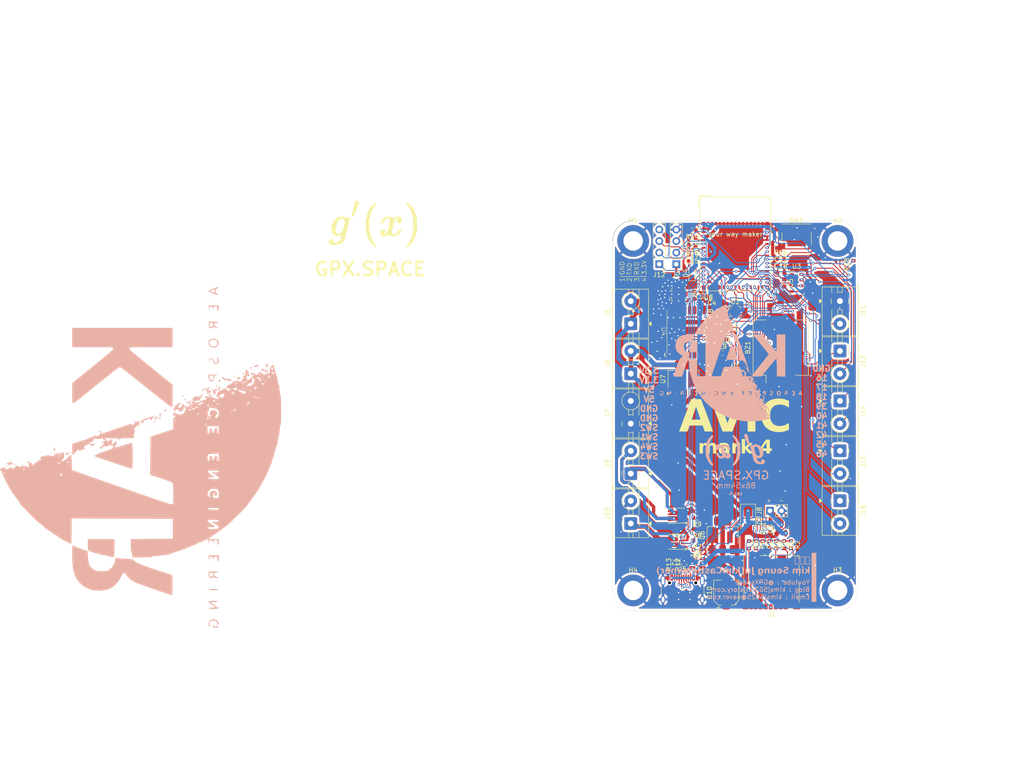
<source format=kicad_pcb>
(kicad_pcb (version 20241229) (generator "pcbnew") (generator_version "9.0")
  (layers (0 "F.Cu" signal) (2 "B.Cu" signal) (13 "F.Paste" user) (15 "B.Paste" user) (5 "F.SilkS" user "F.Silkscreen") (7 "B.SilkS" user "B.Silkscreen") (1 "F.Mask" user) (3 "B.Mask" user) (25 "Edge.Cuts" user))
  (net 0 "")
  (net 1 "GND")
  (net 2 "+3.3V")
  (net 3 "/MCU/FLASH")
  (net 4 "/MCU/RESET")
  (net 5 "Net-(U2-C1)")
  (net 6 "+5V")
  (net 7 "Net-(D1-K)")
  (net 8 "/functions/1PPS")
  (net 9 "Net-(D2-K)")
  (net 10 "VBUS")
  (net 11 "/functions/GPS_ANT")
  (net 12 "/functions/SW4")
  (net 13 "/MCU/PWM 2")
  (net 14 "/MCU/PWM 3")
  (net 15 "/MCU/PWM 1")
  (net 16 "/MCU/PWM 4")
  (net 17 "/MCU/UART0_RXD")
  (net 18 "/MCU/UART0_TXD")
  (net 19 "+BATT")
  (net 20 "/functions/SW1")
  (net 21 "/functions/SW2")
  (net 22 "/functions/SW3")
  (net 23 "GPIO18")
  (net 24 "Net-(J14-Pin_2)")
  (net 25 "/functions/VCC_RF")
  (net 26 "/MCU/LED")
  (net 31 "BUZZER")
  (net 32 "Net-(C5-Pad2)")
  (net 33 "Net-(D4-A)")
  (net 34 "DAT1")
  (net 35 "DAT0")
  (net 38 "CMD")
  (net 39 "DAT3")
  (net 40 "DAT2")
  (net 41 "CLK")
  (net 42 "Net-(J5-CC2)")
  (net 44 "Net-(J5-D+-PadA6)")
  (net 45 "Net-(J5-CC1)")
  (net 46 "Net-(J5-D--PadA7)")
  (net 48 "Net-(J14-Pin_1)")
  (net 49 "Net-(J15-Pin_1)")
  (net 50 "GPIO17")
  (net 51 "Net-(J15-Pin_2)")
  (net 52 "Net-(J16-Pin_1)")
  (net 53 "SDA")
  (net 54 "SCL")
  (net 55 "SW2 control")
  (net 56 "SW1 control")
  (net 57 "SW4 control")
  (net 58 "SW3 control")
  (net 71 "GPS TX")
  (net 74 "GPS RX")
  (net 77 "D+")
  (net 78 "D-")
  (net 79 "Net-(J16-Pin_2)")
  (net 83 "GPIO16")
  (footprint "RF_Module:ESP32-S2-MINI-1" (layer "F.Cu") (at 203 59.15)
    (property "Reference" "U8")
    (property "Value" "ESP32-S3-MINI-1")
  )
  (footprint "Connector_PinHeader_2.54mm:PinHeader_1x04_P2.54mm_Vertical" (layer "F.Cu") (at 186.25 63.6 180)
    (property "Reference" "J12")
    (property "Value" "PWM")
  )
  (footprint "mosfet_custom:mosfet_custom" (layer "F.Cu") (at 189.92 124.765 180)
    (property "Reference" "Q2")
    (property "Value" "SI7232DN-T1-GE3")
  )
  (footprint "TerminalBlock:TerminalBlock_MaiXu_MX126-5.0-02P_1x02_P5.00mm" (layer "F.Cu") (at 226.0325 82.75 -90)
    (property "Reference" "J13")
    (property "Value" "GPIOs")
  )
  (footprint "LOGO" (layer "F.Cu") (at 122.6 55.7)
    (property "Reference" "G***" (hide yes))
    (property "Value" "LOGO" (hide yes))
  )
  (footprint "Diode_SMD:D_SMA" (layer "F.Cu") (at 205.8 120 -90)
    (property "Reference" "D2")
    (property "Value" "SS14")
  )
  (footprint "Buzzer_Beeper:Buzzer_Mallory_AST1240MLQ" (layer "F.Cu") (at 213 82 90)
    (property "Reference" "BZ1")
    (property "Value" "Buzzer")
  )
  (footprint "Resistor_SMD:R_0603_1608Metric" (layer "F.Cu") (at 193.5 56.2 180)
    (property "Reference" "R14")
    (property "Value" "10k")
  )
  (footprint "Capacitor_SMD:C_0603_1608Metric" (layer "F.Cu") (at 213 65.47)
    (property "Reference" "C18")
    (property "Value" "1uF")
  )
  (footprint "Capacitor_SMD:C_0603_1608Metric" (layer "F.Cu") (at 209 125.425 -90)
    (property "Reference" "C2")
    (property "Value" "10uF")
  )
  (footprint "Inductor_SMD:L_0603_1608Metric" (layer "F.Cu") (at 194 70.5 -90)
    (property "Reference" "L1")
    (property "Value" "27n")
  )
  (footprint "Capacitor_SMD:C_0603_1608Metric" (layer "F.Cu") (at 210.5 125.425 -90)
    (property "Reference" "C3")
    (property "Value" "0.1uF")
  )
  (footprint "TerminalBlock:TerminalBlock_MaiXu_MX126-5.0-02P_1x02_P5.00mm" (layer "F.Cu") (at 179.9675 98.75 90)
    (property "Reference" "J7")
    (property "Value" "Power ternimal LEFT")
  )
  (footprint "Resistor_SMD:R_0603_1608Metric" (layer "F.Cu") (at 194.6 119.47 180)
    (property "Reference" "R9")
    (property "Value" "4.7k")
  )
  (footprint "MountingHole:MountingHole_4.3mm_M4_ISO14580_Pad" (layer "F.Cu") (at 225.5 58.5)
    (property "Reference" "H2")
    (property "Value" "m4")
  )
  (footprint "TerminalBlock:TerminalBlock_MaiXu_MX126-5.0-02P_1x02_P5.00mm" (layer "F.Cu") (at 179.9675 109.75 90)
    (property "Reference" "J9")
    (property "Value" "Power ternimal LEFT")
  )
  (footprint "Resistor_SMD:R_0603_1608Metric" (layer "F.Cu") (at 213 62.47)
    (property "Reference" "R16")
    (property "Value" "10k")
  )
  (footprint "LED_SMD:LED_0603_1608Metric_Pad1.05x0.95mm_HandSolder" (layer "F.Cu") (at 200.275 80.2 180)
    (property "Reference" "D1")
    (property "Value" "RED")
  )
  (footprint "TerminalBlock:TerminalBlock_MaiXu_MX126-5.0-02P_1x02_P5.00mm" (layer "F.Cu") (at 226.0325 115.75 -90)
    (property "Reference" "J16")
    (property "Value" "GPIOs")
  )
  (footprint "Capacitor_SMD:C_0603_1608Metric" (layer "F.Cu") (at 200.15 83.2)
    (property "Reference" "C9")
    (property "Value" "10uF")
  )
  (footprint "Capacitor_SMD:C_0603_1608Metric" (layer "F.Cu") (at 199.8 77.6 -90)
    (property "Reference" "C7")
    (property "Value" "10uF")
  )
  (footprint "Resistor_SMD:R_0603_1608Metric" (layer "F.Cu") (at 210.6 121.825 90)
    (property "Reference" "R11")
    (property "Value" "100k")
  )
  (footprint "MountingHole:MountingHole_4.3mm_M4_ISO14580_Pad" (layer "F.Cu") (at 225.5 135.5)
    (property "Reference" "H3")
    (property "Value" "m4")
  )
  (footprint "Resistor_SMD:R_0603_1608Metric" (layer "F.Cu") (at 194.6 126.5 180)
    (property "Reference" "R6")
    (property "Value" "4.7k")
  )
  (footprint "Button_Switch_SMD:SW_SPST_PTS645" (layer "F.Cu") (at 216.5 58)
    (property "Reference" "SW1")
    (property "Value" "Flash Mode")
  )
  (footprint "Package_TO_SOT_SMD:SOT-23-6" (layer "F.Cu") (at 194.6675 129.5)
    (property "Reference" "U5")
    (property "Value" "USBLC6-2SC6")
  )
  (footprint "Capacitor_SMD:C_0603_1608Metric" (layer "F.Cu") (at 193.5 59.5 180)
    (property "Reference" "C16")
    (property "Value" "10uF")
  )
  (footprint "Capacitor_SMD:C_0603_1608Metric" (layer "F.Cu") (at 197.825 70.75 180)
    (property "Reference" "C4")
    (property "Value" "10uF")
  )
  (footprint "MountingHole:MountingHole_4.3mm_M4_ISO14580_Pad" (layer "F.Cu") (at 180.5 58.5)
    (property "Reference" "H1")
    (property "Value" "m4")
  )
  (footprint "Package_LGA:LGA-12_2x2mm_P0.5mm" (layer "F.Cu") (at 203 74)
    (property "Reference" "U2")
    (property "Value" "LIS2MDL")
  )
  (footprint "Resistor_SMD:R_0603_1608Metric" (layer "F.Cu") (at 229 63.675 90)
    (property "Reference" "R18")
    (property "Value" "10k")
  )
  (footprint "Resistor_SMD:R_0603_1608Metric" (layer "F.Cu") (at 189.78 129.8 90)
    (property "Reference" "R13")
    (property "Value" "5k1")
  )
  (footprint "" (layer "F.Cu") (at 213.2 56.3)
    (property "Reference" "")
    (property "Value" "")
  )
  (footprint "TerminalBlock:TerminalBlock_MaiXu_MX126-5.0-02P_1x02_P5.00mm" (layer "F.Cu") (at 179.9675 76.75 90)
    (property "Reference" "J3")
    (property "Value" "Power ternimal LEFT")
  )
  (footprint "Package_TO_SOT_SMD:SOT-223-3_TabPin2" (layer "F.Cu") (at 200.2 123.35 90)
    (property "Reference" "U6")
    (property "Value" "AMS1117-3.3")
  )
  (footprint "Resistor_SMD:R_0603_1608Metric" (layer "F.Cu") (at 191.78 129.8 90)
    (property "Reference" "R12")
    (property "Value" "5k1")
  )
  (footprint "Resistor_SMD:R_0603_1608Metric" (layer "F.Cu") (at 206 125.425 -90)
    (property "Reference" "R3")
    (property "Value" "10k")
  )
  (footprint "TerminalBlock:TerminalBlock_MaiXu_MX126-5.0-02P_1x02_P5.00mm" (layer "F.Cu") (at 226.0325 93.75 -90)
    (property "Reference" "J14")
    (property "Value" "GPIOs")
  )
  (footprint "Resistor_SMD:R_0603_1608Metric" (layer "F.Cu") (at 193.5 63)
    (property "Reference" "R19")
    (property "Value" "330")
  )
  (footprint "Capacitor_SMD:C_0603_1608Metric" (layer "F.Cu") (at 199 74.4 90)
    (property "Reference" "C8")
    (property "Value" "0.1uF")
  )
  (footprint "Connector_Card:microSD_HC_Molex_104031-0811" (layer "F.Cu") (at 210.985 133.66 180)
    (property "Reference" "J1")
    (property "Value" "Micro_SD_Card_Det_Hirose_DM3AT")
  )
  (footprint "Capacitor_SMD:C_0603_1608Metric" (layer "F.Cu") (at 193.5 61.5 180)
    (property "Reference" "C15")
    (property "Value" "0.1uF")
  )
  (footprint "Capacitor_SMD:C_0603_1608Metric" (layer "F.Cu") (at 203 86 180)
    (property "Reference" "C1")
    (property "Value" "10uF")
  )
  (footprint "Resistor_SMD:R_0603_1608Metric" (layer "F.Cu") (at 200.275 81.7)
    (property "Reference" "R10")
    (property "Value" "1KR")
  )
  (footprint "TerminalBlock:TerminalBlock_MaiXu_MX126-5.0-02P_1x02_P5.00mm" (layer "F.Cu") (at 179.9675 87.75 90)
    (property "Reference" "J6")
    (property "Value" "Power ternimal LEFT")
  )
  (footprint "Capacitor_SMD:C_0603_1608Metric" (layer "F.Cu") (at 193.5 57.8 180)
    (property "Reference" "C14")
    (property "Value" "0.1uF")
  )
  (footprint "Package_LGA:LGA-14_3x2.5mm_P0.5mm_LayoutBorder3x4y" (layer "F.Cu") (at 203 88.25)
    (property "Reference" "U1")
    (property "Value" "ICM-45686")
  )
  (footprint "" (layer "F.Cu") (at 219.8 56.2)
    (property "Reference" "")
    (property "Value" "")
  )
  (footprint "gnss atgm336H:ATGM336h" (layer "F.Cu") (at 192.75 78.45 -90)
    (property "Reference" "U4")
    (property "Value" "~")
  )
  (footprint "TerminalBlock:TerminalBlock_MaiXu_MX126-5.0-02P_1x02_P5.00mm" (layer "F.Cu") (at 226.0325 71.75 -90)
    (property "Reference" "J11")
    (property "Value" "GPIOs")
  )
  (footprint "Capacitor_SMD:CP_Elec_5x5.4" (layer "F.Cu") (at 201 136 90)
    (property "Reference" "C10")
    (property "Value" "47uF")
  )
  (footprint "Resistor_SMD:R_0603_1608Metric" (layer "F.Cu") (at 212 125.425 -90)
    (property "Reference" "R5")
    (property "Value" "10k")
  )
  (footprint "TerminalBlock:TerminalBlock_MaiXu_MX126-5.0-02P_1x02_P5.00mm" (layer "F.Cu") (at 179.9675 120.75 90)
    (property "Reference" "J10")
    (property "Value" "Power ternimal LEFT")
  )
  (footprint "TerminalBlock:TerminalBlock_MaiXu_MX126-5.0-02P_1x02_P5.00mm" (layer "F.Cu") (at 226.0325 104.75 -90)
    (property "Reference" "J15")
    (property "Value" "GPIOs")
  )
  (footprint "Resistor_SMD:R_0603_1608Metric" (layer "F.Cu") (at 194.6 124.49 180)
    (property "Reference" "R7")
    (property "Value" "4.7k")
  )
  (footprint "Connector_USB:USB_C_Receptacle_HCTL_HC-TYPE-C-16P-01A" (layer "F.Cu") (at 191.39 136.425)
    (property "Reference" "J5")
    (property "Value" "USB_C_Receptacle_USB2.0_16P")
  )
  (footprint "Connector_Coaxial:U.FL_Molex_MCRF_73412-0110_Vertical" (layer "F.Cu") (at 190.5 70.25 90)
    (property "Reference" "J4")
    (property "Value" "Conn_Coaxial")
  )
  (footprint "Package_TO_SOT_SMD:SOT-223-3_TabPin2" (layer "F.Cu") (at 191.6 88.95 90)
    (property "Reference" "U7")
    (property "Value" "AMS1117-5.0")
  )
  (footprint "Resistor_SMD:R_0603_1608Metric" (layer "F.Cu") (at 215.25 125.425 -90)
    (property "Reference" "R2")
    (property "Value" "10k")
  )
  (footprint "MountingHole:MountingHole_4.3mm_M4_ISO14580_Pad" (layer "F.Cu") (at 180.5 135.5)
    (property "Reference" "H4")
    (property "Value" "m4")
  )
  (footprint "Connector_PinHeader_2.54mm:PinHeader_1x02_P2.54mm_Vertical" (layer "F.Cu") (at 210.62 117.955 90)
    (property "Reference" "J8")
    (property "Value" "Batt")
  )
  (footprint "Capacitor_SMD:C_0603_1608Metric" (layer "F.Cu") (at 201.6 77.6 -90)
    (property "Reference" "C6")
    (property "Value" "220nF")
  )
  (footprint "" (layer "F.Cu") (at 219.8 59.7)
    (property "Reference" "")
    (property "Value" "")
  )
  (footprint "Resistor_SMD:R_0603_1608Metric" (layer "F.Cu") (at 227.5 63.675 90)
    (property "Reference" "R17" (hide yes))
    (property "Value" "10k")
  )
  (footprint "Resistor_SMD:R_0603_1608Metric" (layer "F.Cu") (at 213.75 125.425 -90)
    (property "Reference" "R1")
    (property "Value" "10k")
  )
  (footprint "Connector_PinHeader_2.54mm:PinHeader_1x04_P2.54mm_Vertical" (layer "F.Cu") (at 190 63.62 180)
    (property "Reference" "J2")
    (property "Value" "Lora")
  )
  (footprint "Capacitor_SMD:C_0603_1608Metric" (layer "F.Cu") (at 213 64)
    (property "Reference" "C17")
    (property "Value" "0.1uF")
  )
  (footprint "Resistor_SMD:R_0603_1608Metric" (layer "F.Cu") (at 207.5 125.425 -90)
    (property "Reference" "R4")
    (property "Value" "10k")
  )
  (footprint "Resistor_SMD:R_0603_1608Metric" (layer "F.Cu") (at 194.6 121.98 180)
    (property "Reference" "R8")
    (property "Value" "4.7k")
  )
  (footprint "" (layer "F.Cu") (at 213.2 59.7)
    (property "Reference" "")
    (property "Value" "")
  )
  (footprint "LED_SMD:LED_0603_1608Metric_Pad1.05x0.95mm_HandSolder" (layer "F.Cu") (at 193.5 65.625 90)
    (property "Reference" "D4")
    (property "Value" "LED")
  )
  (footprint "Package_LGA:LGA-8_3x5mm_P1.25mm" (layer "F.Cu") (at 216.5 67.75)
    (property "Reference" "U3")
    (property "Value" "MS5607-02BA")
  )
  (footprint "mosfet_custom:mosfet_custom" (layer "F.Cu") (at 189.92 118.99 180)
    (property "Reference" "Q1")
    (property "Value" "SI7232DN-T1-GE3")
  )
  (footprint "Capacitor_SMD:C_0603_1608Metric" (layer "F.Cu") (at 213.75 67.75 -90)
    (property "Reference" "C5")
    (property "Value" "10uF")
  )
  (footprint "Package_TO_SOT_SMD:SOT-23" (layer "F.Cu") (at 213.145 121.9475 90)
    (property "Reference" "Q3")
    (property "Value" "DMG2302U")
  )
  (footprint "LOGO" (layer "B.Cu") (at 78.262825 103.872039 -90)
    (property "Reference" "G***")
    (property "Value" "LOGO" (hide yes))
  )
  (footprint "LOGO" (layer "B.Cu") (at 203 88 180)
    (property "Reference" "G***")
    (property "Value" "LOGO" (hide yes))
  )
  (footprint "LOGO" (layer "B.Cu") (at 203.377961 105.146761 180)
    (property "Reference" "G***" (hide yes))
    (property "Value" "LOGO" (hide yes))
  )
  (gr_rect (start 177.66 91.605) (end 183 101.395) (stroke (width 0.2)) (fill yes) (layer "F.Cu") (net 1))
  (gr_rect (start 191.1 125.77) (end 192.4 126.6) (stroke (width 0.2)) (fill yes) (layer "F.Cu") (net 1))
  (gr_rect (start 223.5 69.855) (end 228 74) (stroke (width 0.2)) (fill yes) (layer "F.Cu") (net 1))
  (gr_rect (start 191.835 66.99) (end 194.505 68.93) (stroke (width 0.2)) (fill yes) (layer "F.Cu") (net 1))
  (gr_rect (start 191.2 124.4) (end 192.6 124.53) (stroke (width 0.2)) (fill yes) (layer "F.Cu") (net 1))
  (gr_rect (start 190.69 118.7) (end 192.49 118.83) (stroke (width 0.2)) (fill yes) (layer "F.Cu") (net 1))
  (gr_rect (start 190.69 119.92) (end 191.99 120.75) (stroke (width 0.2)) (fill yes) (layer "F.Cu") (net 1))
  (gr_rect (start 223.5 69.855) (end 228 74) (stroke (width 0.2)) (fill yes) (layer "B.Cu") (net 1))
  (gr_rect (start 177.5 91.855) (end 182.84 102.145) (stroke (width 0.2)) (fill yes) (layer "B.Cu") (net 1))
  (gr_rect (start 190.69 119.92) (end 192.49 120.25) (stroke (width 0.2)) (fill yes) (layer "B.Cu") (net 1))
  (gr_rect (start 190.69 118.5) (end 192.49 118.83) (stroke (width 0.2)) (fill yes) (layer "B.Cu") (net 1))
  (gr_line (start 187.5 84) (end 188 84) (stroke (width 0.1)) (layer "F.SilkS"))
  (gr_line (start 177.5 66.33) (end 183.5 66.33) (stroke (width 0.1)) (layer "F.SilkS"))
  (gr_line (start 187.5 83) (end 187.5 84) (stroke (width 0.1)) (layer "F.SilkS"))
  (gr_rect (start 219.8 127.23) (end 220.8 138) (stroke (width 0.05)) (fill yes) (layer "B.SilkS"))
  (gr_line (start 180.5 140) (end 225.5 140) (stroke (width 0.05)) (layer "Edge.Cuts"))
  (gr_arc (start 176 58.5) (mid 177.318019 55.318019) (end 180.5 54) (stroke (width 0.2)) (layer "Edge.Cuts"))
  (gr_line (start 225.5 54) (end 180.5 54) (stroke (width 0.05)) (layer "Edge.Cuts"))
  (gr_line (start 230 135.5) (end 230 58.5) (stroke (width 0.05)) (layer "Edge.Cuts"))
  (gr_arc (start 230 135.5) (mid 228.681981 138.681981) (end 225.5 140) (stroke (width 0.05)) (layer "Edge.Cuts"))
  (gr_arc (start 225.5 54) (mid 228.681981 55.318019) (end 230 58.5) (stroke (width 0.05)) (layer "Edge.Cuts"))
  (gr_line (start 176 58.5) (end 176 135.5) (stroke (width 0.05)) (layer "Edge.Cuts"))
  (gr_arc (start 180.5 140) (mid 177.318019 138.681981) (end 176 135.5) (stroke (width 0.05)) (layer "Edge.Cuts"))
  (gr_text "mark 4" (at 203 104.08 0) (layer "F.SilkS") (effects (font (size 3 3) (thickness 0.3) (bold yes))))
  (gr_text "+  -" (at 211.75 116.25 0) (layer "F.SilkS") (effects (font (size 1 1) (thickness 0.1)) (justify bottom)))
  (gr_text "1\n2\n3\n4" (at 183.5 67.58 90) (layer "F.SilkS") (effects (font (size 1 1) (thickness 0.1)) (justify left bottom)))
  (gr_text "AViC" (at 203 97.58 0) (layer "F.SilkS") (effects (font (size 7 7) (thickness 0.3) (bold yes))))
  (gr_text "GND\nTXD\nRXD\n3.3V\n" (at 183.5 66.08 90) (layer "F.SilkS") (effects (font (size 1 1) (thickness 0.1)) (justify left bottom)))
  (gr_text "GPX.SPACE" (at 122.6 64.7 0) (layer "F.SilkS") (effects (font (size 3 3) (thickness 0.5))))
  (gr_text "your way maker" (at 203 57 0) (layer "F.SilkS") (effects (font (size 1 1))))
  (gr_text "GND\n16\n17\n18\n39\n40\n41\n42\n45\n46" (at 222 96 0) (layer "B.SilkS") (effects (font (size 1.3 1.3) (thickness 0.3)) (justify mirror)))
  (gr_text "3.3V\n3.3V\n5V\n5V\nGND\nGND\nSW2\nSW1\nSW4\nSW3" (at 184 96.5 0) (layer "B.SilkS") (effects (font (size 1.3 1.3) (thickness 0.3)) (justify mirror)))
  (gr_text "ver.4" (at 203.127961 114.146761 0) (layer "B.SilkS") (effects (font (size 0.8 0.8)) (justify mirror)))
  (gr_text "86x54mm" (at 203.127961 112.396761 0) (layer "B.SilkS") (effects (font (size 1.2 1.2)) (justify mirror)))
  (gr_text "GPX.SPACE\n" (at 203.127961 110.146761 0) (layer "B.SilkS") (effects (font (size 1.8 1.8) (thickness 0.25)) (justify mirror)))
  (gr_text "김성주\nkim Seung Ju(kimCastleowner)" (at 219.5 132 0) (layer "B.SilkS") (effects (font (size 1.4 1.4) (thickness 0.3) (bold yes)) (justify left bottom mirror)))
  (gr_text "Youtube : @GPXspace\nBlog : kimsj5025.tistory.com\nEmail : kimsj5025@naver.com" (at 219.5 137.5 0) (layer "B.SilkS") (effects (font (size 1 1)) (justify left bottom mirror)))
  (segment (start 195.8 71.9) (end 195.9 71.9) (width 0.5) (layer "F.Cu") (net 1))
  (segment (start 196.9 70.6) (end 197.05 70.75) (width 0.5) (layer "F.Cu") (net 1))
  (segment (start 191.125 54.625) (end 190 55.75) (width 0.2) (layer "F.Cu") (net 1))
  (segment (start 219.663946 61.6) (end 218.5 62.763946) (width 0.5) (layer "F.Cu") (net 1))
  (segment (start 201.8375 87.5) (end 201.5 87.5) (width 0.2) (layer "F.Cu") (net 1))
  (segment (start 204.251 74.251) (end 204.328214 74.251) (width 0.2) (layer "F.Cu") (net 1))
  (segment (start 203.25 75.202) (end 203.25 74.7625) (width 0.2) (layer "F.Cu") (net 1))
  (segment (start 188.19 132.68) (end 187.71 132.68) (width 0.5) (layer "F.Cu") (net 1))
  (segment (start 210.8 73) (end 210.8 74.7) (width 0.5) (layer "F.Cu") (net 1))
  (segment (start 187.71 132.68) (end 187.07 133.32) (width 0.5) (layer "F.Cu") (net 1))
  (segment (start 214.65 66.345) (end 214.65 66.725) (width 0.2) (layer "F.Cu") (net 1))
  (segment (start 213.8 71.8) (end 213.45 72.15) (width 0.5) (layer "F.Cu") (net 1))
  (segment (start 192.725 57.325) (end 192.575 57.175) (width 0.2) (layer "F.Cu") (net 1))
  (segment (start 213.8 71.6) (end 213.8 71.8) (width 0.5) (layer "F.Cu") (net 1))
  (segment (start 213.775 64.225) (end 213.8 64.2) (width 0.2) (layer "F.Cu") (net 1))
  (segment (start 199 73.625) (end 199 73.6) (width 0.7) (layer "F.Cu") (net 1))
  (segment (start 194.875 75.275) (end 194.8 75.35) (width 0.7) (layer "F.Cu") (net 1))
  (segment (start 192.725 57.8) (end 192.725 57.325) (width 0.2) (layer "F.Cu") (net 1))
  (segment (start 211.2 69.351471) (end 212.776471 67.775) (width 0.2) (layer "F.Cu") (net 1))
  (segment (start 197.35 72.15) (end 197.05 71.85) (width 0.7) (layer "F.Cu") (net 1))
  (segment (start 195.4 70.6) (end 196.2 70.6) (width 0.5) (layer "F.Cu") (net 1))
  (segment (start 195.4 70.6) (end 195.8 71) (width 0.5) (layer "F.Cu") (net 1))
  (segment (start 203.274 75.226) (end 203.25 75.202) (width 0.2) (layer "F.Cu") (net 1))
  (segment (start 204.25 74.25) (end 204.251 74.251) (width 0.2) (layer "F.Cu") (net 1))
  (segment (start 196 54.7) (end 195.925 54.625) (width 0.2) (layer "F.Cu") (net 1))
  (segment (start 204.328214 74.251) (end 204.334063 74.245151) (width 0.2) (layer "F.Cu") (net 1))
  (segment (start 213.6 71.4) (end 213.8 71.6) (width 0.5) (layer "F.Cu") (net 1))
  (segment (start 214.025 118.82) (end 213.16 117.955) (width 0.2) (layer "F.Cu") (net 1))
  (segment (start 213.775 64) (end 213.775 64.175) (width 0.2) (layer "F.Cu") (net 1))
  (segment (start 203 89.526848) (end 203.473152 90) (width 0.2) (layer "F.Cu") (net 1))
  (segment (start 213.775 64.175) (end 213.8 64.2) (width 0.2) (layer "F.Cu") (net 1))
  (segment (start 197.6 126.8) (end 197.6 127.1) (width 1) (layer "F.Cu") (net 1))
  (segment (start 196.897545 67.802455) (end 196 68.7) (width 0.2) (layer "F.Cu") (net 1))
  (segment (start 192.445 123.1625) (end 192.445 124.435) (width 0.5) (layer "F.Cu") (net 1))
  (segment (start 221.4 61.6) (end 219.663946 61.6) (width 0.5) (layer "F.Cu") (net 1))
  (segment (start 192.675 57.1) (end 192.675 57.5) (width 0.2) (layer "F.Cu") (net 1))
  (segment (start 211.65 72.15) (end 210.8 73) (width 0.5) (layer "F.Cu") (net 1))
  (segment (start 213.45 72.15) (end 211.65 72.15) (width 0.5) (layer "F.Cu") (net 1))
  (segment (start 218.5 63.9) (end 219 64.4) (width 0.5) (layer "F.Cu") (net 1))
  (segment (start 214.025 121.508052) (end 214.025 118.82) (width 0.2) (layer "F.Cu") (net 1))
  (segment (start 213.775 65.47) (end 214.4025 66.0975) (width 0.2) (layer "F.Cu") (net 1))
  (segment (start 196.897545 67.0495) (end 196.897545 67.802455) (width 0.2) (layer "F.Cu") (net 1))
  (segment (start 196.2 70.6) (end 196.9 70.6) (width 0.5) (layer "F.Cu") (net 1))
  (segment (start 191.55 62.675) (end 191.55 63.175) (width 0.2) (layer "F.Cu") (net 1))
  (segment (start 201.360871 73.249629) (end 201.0105 73.6) (width 0.2) (layer "F.Cu") (net 1))
  (segment (start 190.805 124.475) (end 190.705 124.575) (width 0.2) (layer "F.Cu") (net 1))
  (segment (start 201.5 87.5) (end 201 87) (width 0.2) (layer "F.Cu") (net 1))
  (segment (start 210 68.7) (end 210 68.8) (width 0.2) (layer "F.Cu") (net 1))
  (segment (start 204.251 74.251) (end 204.251 75.226) (width 0.2) (layer "F.Cu") (net 1))
  (segment (start 195.8 71.9) (end 197.15 71.9) (width 0.5) (layer "F.Cu") (net 1))
  (segment (start 195.15 75) (end 194.875 75.275) (width 0.7) (layer "F.Cu") (net 1))
  (segment (start 211.2 70.2) (end 211.2 69.351471) (width 0.2) (layer "F.Cu") (net 1))
  (segment (start 204.251 75.226) (end 203.274 75.226) (width 0.2) (layer "F.Cu") (net 1))
  (segment (start 192.725 57.8) (end 192.725 59.5) (width 0.2) (layer "F.Cu") (net 1))
  (segment (start 197.05 71.85) (end 197.05 70.75) (width 0.7) (layer "F.Cu") (net 1))
  (segment (start 203.473152 90) (end 203.5 90) (width 0.2) (layer "F.Cu") (net 1))
  (segment (start 191.78 128.975) (end 191.5 128.695) (width 0.2) (layer "F.Cu") (net 1))
  (segment (start 191.6825 122.4) (end 192.445 123.1625) (width 0.5) (layer "F.Cu") (net 1))
  (segment (start 192.725 61.5) (end 191.55 62.675) (width 0.2) (layer "F.Cu") (net 1))
  (segment (start 195.15 75) (end 195.15 73.75) (width 0.7) (layer "F.Cu") (net 1))
  (segment (start 195.425 119.47) (end 194.555 118.6) (width 0.2) (layer "F.Cu") (net 1))
  (segment (start 192.56 117.86) (end 192.56 118.5775) (width 0.5) (layer "F.Cu") (net 1))
  (segment (start 190.895 125.795) (end 191.5 125.795) (width 0.2) (layer "F.Cu") (net 1))
  (segment (start 199.436031 69.848531) (end 197.951469 69.848531) (width 0.2) (layer "F.Cu") (net 1))
  (segment (start 201.360871 73) (end 201.360871 73.249629) (width 0.2) (layer "F.Cu") (net 1))
  (segment (start 192.56 118.5775) (end 192.445 118.6925) (width 0.5) (layer "F.Cu") (net 1))
  (segment (start 211.688052 121) (end 212.735552 122.0475) (width 0.2) (layer "F.Cu") (net 1))
  (segment (start 210.8 74.7) (end 210.5 75) (width 0.5) (layer "F.Cu") (net 1))
  (segment (start 195.8 71) (end 196.2 70.6) (width 0.5) (layer "F.Cu") (net 1))
  (segment (start 214.4025 66.0975) (end 214.65 66.345) (width 0.2) (layer "F.Cu") (net 1))
  (segment (start 193.53 129.5) (end 193.5 129.5) (width 0.5) (layer "F.Cu") (net 1))
  (segment (start 196.897545 67.0495) (end 197.0095 67.0495) (width 0.2) (layer "F.Cu") (net 1))
  (segment (start 214.825 67.775) (end 215.425 68.375) (width 0.2) (layer "F.Cu") (net 1))
  (segment (start 195.07 132.68) (end 195.71 133.32) (width 0.5) (layer "F.Cu") (net 1))
  (segment (start 213.485552 122.0475) (end 214.025 121.508052) (width 0.2) (layer "F.Cu") (net 1))
  (segment (start 201.0105 73.6) (end 199 73.6) (width 0.2) (layer "F.Cu") (net 1))
  (segment (start 212.776471 67.775) (end 214.825 67.775) (width 0.2) (layer "F.Cu") (net 1))
  (segment (start 190.705 124.575) (end 190.705 125.605) (width 0.2) (layer "F.Cu") (net 1))
  (segment (start 210.6 121) (end 211.688052 121) (width 0.2) (layer "F.Cu") (net 1))
  (segment (start 203.7625 74.25) (end 204.25 74.25) (width 0.2) (layer "F.Cu") (net 1))
  (segment (start 212.735552 122.0475) (end 213.485552 122.0475) (width 0.2) (layer "F.Cu") (net 1))
  (segment (start 194.59 132.68) (end 195.07 132.68) (width 0.5) (layer "F.Cu") (net 1))
  (segment (start 197.35 73.75) (end 197.35 72.15) (width 0.7) (layer "F.Cu") (net 1))
  (segment (start 197.951469 69.848531) (end 197.05 70.75) (width 0.2) (layer "F.Cu") (net 1))
  (segment (start 191.5 124.475) (end 190.805 124.475) (width 0.2) (layer "F.Cu") (net 1))
  (segment (start 195.8 71.9) (end 195.8 71) (width 0.5) (layer "F.Cu") (net 1))
  (segment (start 197.15 71.9) (end 197.65 72.4) (width 0.5) (layer "F.Cu") (net 1))
  (segment (start 218.5 62.763946) (end 218.5 63.9) (width 0.5) (layer "F.Cu") (net 1))
  (segment (start 217.525 70.7) (end 217.6 70.625) (width 0.2) (layer "F.Cu") (net 1))
  (segment (start 190.705 125.605) (end 190.895 125.795) (width 0.2) (layer "F.Cu") (net 1))
  (segment (start 203 89.1625) (end 203 89.526848) (width 0.2) (layer "F.Cu") (net 1))
  (segment (start 213.775 65.47) (end 213.775 64.225) (width 0.2) (layer "F.Cu") (net 1))
  (segment (start 191.5 128.695) (end 191.5 125.795) (width 0.2) (layer "F.Cu") (net 1))
  (segment (start 195.925 54.625) (end 191.125 54.625) (width 0.2) (layer "F.Cu") (net 1))
  (segment (start 192.445 118.6925) (end 191.59 118.6925) (width 0.5) (layer "F.Cu") (net 1))
  (segment (start 191 122.4) (end 191.6825 122.4) (width 0.5) (layer "F.Cu") (net 1))
  (via (at 188.2 75.4) (size 0.6) (drill 0.3) (layers "F.Cu" "B.Cu") (net 1))
  (via (at 189.4 75.4) (size 0.6) (drill 0.3) (layers "F.Cu" "B.Cu") (net 1))
  (via (at 202.175 128.125) (size 0.6) (drill 0.3) (layers "F.Cu" "B.Cu") (net 1))
  (via (at 221.4 61.6) (size 0.6) (drill 0.3) (layers "F.Cu" "B.Cu") (net 1))
  (via (at 196.85 80.95) (size 0.6) (drill 0.3) (layers "F.Cu" "B.Cu") (net 1))
  (via (at 193 137.5) (size 0.6) (drill 0.3) (layers "F.Cu" "B.Cu") (net 1))
  (via (at 192.56 117.86) (size 0.6) (drill 0.3) (layers "F.Cu" "B.Cu") (net 1))
  (via (at 196.897545 67.0495) (size 0.6) (drill 0.3) (layers "F.Cu" "B.Cu") (net 1))
  (via (at 213.4 133.4) (size 0.6) (drill 0.3) (layers "F.Cu" "B.Cu") (net 1))
  (via (at 210 68.8) (size 0.6) (drill 0.3) (layers "F.Cu" "B.Cu") (net 1))
  (via (at 186.4 84.4) (size 0.6) (drill 0.3) (layers "F.Cu" "B.Cu") (net 1))
  (via (at 186.6 74.8) (size 0.6) (drill 0.3) (layers "F.Cu" "B.Cu") (net 1))
  (via (at 195.15 73.75) (size 0.6) (drill 0.3) (layers "F.Cu" "B.Cu") (net 1))
  (via (at 197.05 54.8) (size 0.6) (drill 0.3) (layers "F.Cu" "B.Cu") (net 1))
  (via (at 186 69.5) (size 0.6) (drill 0.3) (layers "F.Cu" "B.Cu") (net 1))
  (via (at 190.4 107.4) (size 0.6) (drill 0.3) (layers "F.Cu" "B.Cu") (net 1))
  (via (at 199.6 136.8) (size 0.6) (drill 0.3) (layers "F.Cu" "B.Cu") (net 1))
  (via (at 189.8 67.4) (size 0.6) (drill 0.3) (layers "F.Cu" "B.Cu") (net 1))
  (via (at 190.6 78) (size 0.6) (drill 0.3) (layers "F.Cu" "B.Cu") (net 1))
  (via (at 204.334063 74.245151) (size 0.6) (drill 0.3) (layers "F.Cu" "B.Cu") (net 1))
  (via (at 190.5 70.27) (size 0.6) (drill 0.3) (layers "F.Cu" "B.Cu") (net 1))
  (via (at 217.6 95) (size 0.6) (drill 0.3) (layers "F.Cu" "B.Cu") (net 1))
  (via (at 189 94.6) (size 0.6) (drill 0.3) (layers "F.Cu" "B.Cu") (net 1))
  (via (at 203.825 120.975) (size 0.6) (drill 0.3) (layers "F.Cu" "B.Cu") (net 1))
  (via (at 185.95 72.4) (size 0.6) (drill 0.3) (layers "F.Cu" "B.Cu") (net 1))
  (via (at 214.2 103.4) (size 0.6) (drill 0.3) (layers "F.Cu" "B.Cu") (net 1))
  (via (at 195 78) (size 0.6) (drill 0.3) (layers "F.Cu" "B.Cu") (net 1))
  (via (at 186.6 71.2) (size 0.6) (drill 0.3) (layers "F.Cu" "B.Cu") (net 1))
  (via (at 199 73.6) (size 0.6) (drill 0.3) (layers "F.Cu" "B.Cu") (net 1))
  (via (at 220 70) (size 0.6) (drill 0.3) (layers "F.Cu" "B.Cu") (net 1))
  (via (at 194.875 75.275) (size 0.6) (drill 0.3) (layers "F.Cu" "B.Cu") (net 1))
  (via (at 192.2 68.2) (size 0.6) (drill 0.3) (layers "F.Cu" "B.Cu") (net 1))
  (via (at 188.9 72.2) (size 0.6) (drill 0.3) (layers "F.Cu" "B.Cu") (net 1))
  (via (at 189 70.25) (size 0.6) (drill 0.3) (layers "F.Cu" "B.Cu") (net 1))
  (via (at 192.2 72.2) (size 0.6) (drill 0.3) (layers "F.Cu" "B.Cu") (net 1))
  (via (at 188.4 81.4) (size 0.6) (drill 0.3) (layers "F.Cu" "B.Cu") (net 1))
  (via (at 202.225 86) (size 0.6) (drill 0.3) (layers "F.Cu" "B.Cu") (net 1))
  (via (at 187.65 69.4) (size 0.6) (drill 0.3) (layers "F.Cu" "B.Cu") (net 1))
  (via (at 185.8 80.6) (size 0.6) (drill 0.3) (layers "F.Cu" "B.Cu") (net 1))
  (via (at 195.2 85.6) (size 0.6) (drill 0.3) (layers "F.Cu" "B.Cu") (net 1))
  (via (at 229.2 132.6) (size 0.6) (drill 0.3) (layers "F.Cu" "B.Cu") (net 1))
  (via (at 193 136) (size 0.6) (drill 0.3) (layers "F.Cu" "B.Cu") (net 1))
  (via (at 211.2 70.2) (size 0.6) (drill 0.3) (layers "F.Cu" "B.Cu") (net 1))
  (via (at 192 75.2) (size 0.6) (drill 0.3) (layers "F.Cu" "B.Cu") (net 1))
  (via (at 192.2 67.15) (size 0.6) (drill 0.3) (layers "F.Cu" "B.Cu") (net 1))
  (via (at 210.5 75) (size 0.6) (drill 0.3) (layers "F.Cu" "B.Cu") (net 1))
  (via (at 187.2 73.4) (size 0.6) (drill 0.3) (layers "F.Cu" "B.Cu") (net 1))
  (via (at 209 126.2) (size 0.6) (drill 0.3) (layers "F.Cu" "B.Cu") (net 1))
  (via (at 196.2 117.8) (size 0.6) (drill 0.3) (layers "F.Cu" "B.Cu") (net 1))
  (via (at 214.4 75.6) (size 0.6) (drill 0.3) (layers "F.Cu" "B.Cu") (net 1))
  (via (at 187.4 70.95) (size 0.6) (drill 0.3) (layers "F.Cu" "B.Cu") (net 1))
  (via (at 196.6 77.6) (size 0.6) (drill 0.3) (layers "F.Cu" "B.Cu") (net 1))
  (via (at 209.45 127.7) (size 0.6) (drill 0.3) (layers "F.Cu" "B.Cu") (net 1))
  (via (at 200.95 84.8) (size 0.6) (drill 0.3) (layers "F.Cu" "B.Cu") (net 1))
  (via (at 185.8 82.8) (size 0.6) (drill 0.3) (layers "F.Cu" "B.Cu") (net 1))
  (via (at 189 77.8) (size 0.6) (drill 0.3) (layers "F.Cu" "B.Cu") (net 1))
  (via (at 199.8 78.375) (size 0.6) (drill 0.3) (layers "F.Cu" "B.Cu") (net 1))
  (via (at 205 110.6) (size 0.6) (drill 0.3) (layers "F.Cu" "B.Cu") (net 1))
  (via (at 187.8 72.2) (size 0.6) (drill 0.3) (layers "F.Cu" "B.Cu") (net 1))
  (via (at 196.2 78.4) (size 0.6) (drill 0.3) (layers "F.Cu" "B.Cu") (net 1))
  (via (at 196.6 120.8) (size 0.6) (drill 0.3) (layers "F.Cu" "B.Cu") (net 1))
  (via (at 188.2 67.15) (size 0.6) (drill 0.3) (layers "F.Cu" "B.Cu") (net 1))
  (via (at 191.78 128.975) (size 0.6) (drill 0.3) (layers "F.Cu" "B.Cu") (net 1))
  (via (at 220.48 55.75) (size 0.6) (drill 0.3) (layers "F.Cu" "B.Cu") (net 1))
  (via (at 214.4025 66.0975) (size 0.6) (drill 0.3) (layers "F.Cu" "B.Cu") (net 1))
  (via (at 203.5 90) (size 0.6) (drill 0.3) (layers "F.Cu" "B.Cu") (net 1))
  (via (at 189 68.4) (size 0.6) (drill 0.3) (layers "F.Cu" "B.Cu") (net 1))
  (via (at 190.5 68.775) (size 0.6) (drill 0.3) (layers "F.Cu" "B.Cu") (net 1))
  (via (at 190.6 113.4) (size 0.6) (drill 0.3) (layers "F.Cu" "B.Cu") (net 1))
  (via (at 196.2 85.8) (size 0.6) (drill 0.3) (layers "F.Cu" "B.Cu") (net 1))
  (via (at 222.8 62.2) (size 0.6) (drill 0.3) (layers "F.Cu" "B.Cu") (net 1))
  (via (at 185 74.5) (size 0.6) (drill 0.3) (layers "F.Cu" "B.Cu") (net 1))
  (via (at 220.6 130) (size 0.6) (drill 0.3) (layers "F.Cu" "B.Cu") (net 1))
  (via (at 195.8 71.9) (size 0.6) (drill 0.3) (layers "F.Cu" "B.Cu") (net 1))
  (via (at 205.225 136.05) (size 0.6) (drill 0.3) (layers "F.Cu" "B.Cu") (net 1))
  (via (at 196.8 87.2) (size 0.6) (drill 0.3) (layers "F.Cu" "B.Cu") (net 1))
  (via (at 194.28 118.16) (size 0.6) (drill 0.3) (layers "F.Cu" "B.Cu") (net 1))
  (via (at 195 81) (size 0.6) (drill 0.3) (layers "F.Cu" "B.Cu") (net 1))
  (via (at 197 86) (size 0.6) (drill 0.3) (layers "F.Cu" "B.Cu") (net 1))
  (via (at 196.2 123.6) (size 0.6) (drill 0.3) (layers "F.Cu" "B.Cu") (net 1))
  (via (at 189.8 80.4) (size 0.6) (drill 0.3) (layers "F.Cu" "B.Cu") (net 1))
  (via (at 191 122.4) (size 0.6) (drill 0.3) (layers "F.Cu" "B.Cu") (net 1))
  (via (at 192.2 71.4) (size 0.6) (drill 0.3) (layers "F.Cu" "B.Cu") (net 1))
  (via (at 189 67.6) (size 0.6) (drill 0.3) (layers "F.Cu" "B.Cu") (net 1))
  (via (at 207.255 128.285) (size 0.6) (drill 0.3) (layers "F.Cu" "B.Cu") (net 1))
  (via (at 199.5 63.45) (size 0.6) (drill 0.3) (layers "F.Cu" "B.Cu") (net 1))
  (via (at 213.8 71.8) (size 0.6) (drill 0.3) (layers "F.Cu" "B.Cu") (net 1))
  (via (at 203.775 118) (size 0.6) (drill 0.3) (layers "F.Cu" "B.Cu") (net 1))
  (via (at 189.4 87.8) (size 0.6) (drill 0.3) (layers "F.Cu" "B.Cu") (net 1))
  (via (at 221 105.2) (size 0.6) (drill 0.3) (layers "F.Cu" "B.Cu") (net 1))
  (via (at 191.6 78.2) (size 0.6) (drill 0.3) (layers "F.Cu" "B.Cu") (net 1))
  (via (at 190.6 67.1) (size 0.6) (drill 0.3) (layers "F.Cu" "B.Cu") (net 1))
  (via (at 189 80) (size 0.6) (drill 0.3) (layers "F.Cu" "B.Cu") (net 1))
  (via (at 192.575 57.175) (size 0.6) (drill 0.3) (layers "F.Cu" "B.Cu") (net 1))
  (via (at 187.5 70.25) (size 0.6) (drill 0.3) (layers "F.Cu" "B.Cu") (net 1))
  (via (at 226 73.3) (size 0.6) (drill 0.3) (layers "F.Cu" "B.Cu") (net 1))
  (via (at 219.5 67.5) (size 0.6) (drill 0.3) (layers "F.Cu" "B.Cu") (net 1))
  (via (at 190.4 79.4) (size 0.6) (drill 0.3) (layers "F.Cu" "B.Cu") (net 1))
  (via (at 194.6 72.3) (size 0.6) (drill 0.3) (layers "F.Cu" "B.Cu") (net 1))
  (via (at 193.5 129.5) (size 0.6) (drill 0.3) (layers "F.Cu" "B.Cu") (net 1))
  (via (at 186.3 70.4) (size 0.6) (drill 0.3) (layers "F.Cu" "B.Cu") (net 1))
  (via (at 197.4 88) (size 0.6) (drill 0.3) (layers "F.Cu" "B.Cu") (net 1))
  (via (at 191.2 99.8) (size 0.6) (drill 0.3) (layers "F.Cu" "B.Cu") (net 1))
  (via (at 186.8 69.6) (size 0.6) (drill 0.3) (layers "F.Cu" "B.Cu") (net 1))
  (via (at 219.6 88.2) (size 0.6) (drill 0.3) (layers "F.Cu" "B.Cu") (net 1))
  (via (at 214 113.6) (size 0.6) (drill 0.3) (layers "F.Cu" "B.Cu") (net 1))
  (via (at 214.4025 66.0975) (size 0.6) (drill 0.3) (layers "F.Cu" "B.Cu") (net 1))
  (via (at 204.55 128.9) (size 0.6) (drill 0.3) (layers "F.Cu" "B.Cu") (net 1))
  (via (at 203.15 138.575) (size 0.6) (drill 0.3) (layers "F.Cu" "B.Cu") (net 1))
  (via (at 201 87) (size 0.6) (drill 0.3) (layers "F.Cu" "B.Cu") (net 1))
  (via (at 212.8 109.2) (size 0.6) (drill 0.3) (layers "F.Cu" "B.Cu") (net 1))
  (via (at 228.3 110.8) (size 0.6) (drill 0.3) (layers "F.Cu" "B.Cu") (net 1))
  (via (at 218.8 136.4) (size 0.6) (drill 0.3) (layers "F.Cu" "B.Cu") (net 1))
  (via (at 210.5 75) (size 0.6) (drill 0.3) (layers "F.Cu" "B.Cu") (net 1))
  (via (at 195.4 70.6) (size 0.6) (drill 0.3) (layers "F.Cu" "B.Cu") (net 1))
  (via (at 188.6 78.8) (size 0.6) (drill 0.3) (layers "F.Cu" "B.Cu") (net 1))
  (via (at 201.6 78.375) (size 0.6) (drill 0.3) (layers "F.Cu" "B.Cu") (net 1))
  (via (at 201.7 66.075) (size 0.6) (drill 0.3) (layers "F.Cu" "B.Cu") (net 1))
  (via (at 211.6 78) (size 0.6) (drill 0.3) (layers "F.Cu" "B.Cu") (net 1))
  (via (at 188.2 68.4) (size 0.6) (drill 0.3) (layers "F.Cu" "B.Cu") (net 1))
  (via (at 221.2 57.6) (size 0.6) (drill 0.3) (layers "F.Cu" "B.Cu") (net 1))
  (via (at 213.8 64.2) (size 0.6) (drill 0.3) (layers "F.Cu" "B.Cu") (net 1))
  (via (at 186.9 71.95) (size 0.6) (drill 0.3) (layers "F.Cu" "B.Cu") (net 1))
  (via (at 208.4 133.8) (size 0.6) (drill 0.3) (layers "F.Cu" "B.Cu") (net 1))
  (via (at 216 58.2) (size 0.6) (drill 0.3) (layers "F.Cu" "B.Cu") (net 1))
  (via (at 197.65 72.4) (size 0.6) (drill 0.3) (layers "F.Cu" "B.Cu") (net 1))
  (via (at 216.6 55.6) (size 0.6) (drill 0.3) (layers "F.Cu" "B.Cu") (net 1))
  (via (at 191.4 67.6) (size 0.6) (drill 0.3) (layers "F.Cu" "B.Cu") (net 1))
  (via (at 187.4 83.6) (size 0.6) (drill 0.3) (layers "F.Cu" "B.Cu") (net 1))
  (via (at 187.55 67.75) (size 0.6) (drill 0.3) (layers "F.Cu" "B.Cu") (net 1))
  (via (at 186.2 73.4) (size 0.6) (drill 0.3) (layers "F.Cu" "B.Cu") (net 1))
  (via (at 190.5 137.5) (size 0.6) (drill 0.3) (layers "F.Cu" "B.Cu") (net 1))
  (via (at 177.8 122.6) (size 0.6) (drill 0.3) (layers "F.Cu" "B.Cu") (net 1))
  (via (at 190.8 75.4) (size 0.6) (drill 0.3) (layers "F.Cu" "B.Cu") (net 1))
  (via (at 219 64.4) (size 0.6) (drill 0.3) (layers "F.Cu" "B.Cu") (net 1))
  (via (at 186 78.4) (size 0.6) (drill 0.3) (layers "F.Cu" "B.Cu") (net 1))
  (via (at 187 68.6) (size 0.6) (drill 0.3) (layers "F.Cu" "B.Cu") (net 1))
  (via (at 212.6 90.6) (size 0.6) (drill 0.3) (layers "F.Cu" "B.Cu") (net 1))
  (via (at 188.5 71.4) (size 0.6) (drill 0.3) (layers "F.Cu" "B.Cu") (net 1))
  (via (at 211.8 82.2) (size 0.6) (drill 0.3) (layers "F.Cu" "B.Cu") (net 1))
  (via (at 201.360871 73) (size 0.6) (drill 0.3) (layers "F.Cu" "B.Cu") (net 1))
  (via (at 188.55 83.45) (size 0.6) (drill 0.3) (layers "F.Cu" "B.Cu") (net 1))
  (via (at 186 71.5) (size 0.6) (drill 0.3) (layers "F.Cu" "B.Cu") (net 1))
  (via (at 184.6 80.85) (size 0.6) (drill 0.3) (layers "F.Cu" "B.Cu") (net 1))
  (via (at 186.8 79.8) (size 0.6) (drill 0.3) (layers "F.Cu" "B.Cu") (net 1))
  (via (at 197.65 60.875) (size 0.6) (drill 0.3) (layers "F.Cu" "B.Cu") (net 1))
  (via (at 190.5 136) (size 0.6) (drill 0.3) (layers "F.Cu" "B.Cu") (net 1))
  (via (at 190.5 71.725) (size 0.6) (drill 0.3) (layers "F.Cu" "B.Cu") (net 1))
  (via (at 186.85 72.75) (size 0.6) (drill 0.3) (layers "F.Cu" "B.Cu") (net 1))
  (via (at 189.6 78.6) (size 0.6) (drill 0.3) (layers "F.Cu" "B.Cu") (net 1))
  (via (at 185 73.5) (size 0.6) (drill 0.3) (layers "F.Cu" "B.Cu") (net 1))
  (segment (start 202.606022 74.245151) (end 201.360871 73) (width 0.2) (layer "B.Cu") (net 1))
  (segment (start 193.5 129.5) (end 192.305 129.5) (width 0.5) (layer "B.Cu") (net 1))
  (segment (start 198.85 73.6) (end 197.65 72.4) (width 0.7) (layer "B.Cu") (net 1))
  (segment (start 211.2 70.351471) (end 211.2 70.2) (width 0.2) (layer "B.Cu") (net 1))
  (segment (start 213.8 64.2) (end 218.8 64.2) (width 0.2) (layer "B.Cu") (net 1))
  (segment (start 211.537925 70.2) (end 211.2 70.2) (width 0.5) (layer "B.Cu") (net 1))
  (segment (start 213.8 71.8) (end 212.251 70.251) (width 0.5) (layer "B.Cu") (net 1))
  (segment (start 210 69) (end 210 68.8) (width 0.2) (layer "B.Cu") (net 1))
  (segment (start 192.305 129.5) (end 191.78 128.975) (width 0.5) (layer "B.Cu") (net 1))
  (segment (start 204.334063 74.245151) (end 202.606022 74.245151) (width 0.2) (layer "B.Cu") (net 1))
  (segment (start 211.2 70.2) (end 210 69) (width 0.2) (layer "B.Cu") (net 1))
  (segment (start 190.95 54.8) (end 197.05 54.8) (width 0.2) (layer "B.Cu") (net 1))
  (segment (start 218.8 64.2) (end 219 64.4) (width 0.2) (layer "B.Cu") (net 1))
  (segment (start 211.588925 70.251) (end 211.537925 70.2) (width 0.5) (layer "B.Cu") (net 1))
  (segment (start 199 73.6) (end 198.85 73.6) (width 0.7) (layer "B.Cu") (net 1))
  (segment (start 212.251 70.251) (end 211.588925 70.251) (width 0.5) (layer "B.Cu") (net 1))
  (segment (start 190 55.75) (end 190.95 54.8) (width 0.2) (layer "B.Cu") (net 1))
  (segment (start 199.325 74.85) (end 199 75.175) (width 0.2) (layer "F.Cu") (net 2))
  (segment (start 213.75 124.6) (end 212 124.6) (width 0.2) (layer "F.Cu") (net 2))
  (segment (start 194.275 59.5) (end 193.5 60.275) (width 0.2) (layer "F.Cu") (net 2))
  (segment (start 203.5 86.275) (end 203.5 87.3375) (width 0.2) (layer "F.Cu") (net 2))
  (segment (start 203.5 87.3375) (end 203.5 87.298152) (width 0.2) (layer "F.Cu") (net 2))
  (segment (start 211.195 58.805) (end 211.6 58.4) (width 0.7) (layer "F.Cu") (net 2))
  (segment (start 181.6 74) (end 179.6 76) (width 1) (layer "F.Cu") (net 2))
  (segment (start 193.55 55.425) (end 194.325 56.2) (width 0.2) (layer "F.Cu") (net 2))
  (segment (start 203.7625 73.6895) (end 203.726 73.726) (width 0.2) (layer "F.Cu") (net 2))
  (segment (start 211.225 63.42) (end 211.225 63.6) (width 0.7) (layer "F.Cu") (net 2))
  (segment (start 217.4 68.375) (end 216.675 68.375) (width 0.2) (layer "F.Cu") (net 2))
  (segment (start 197.15 57.45) (end 196 57.45) (width 0.7) (layer "F.Cu") (net 2))
  (segment (start 211.776304 66.245) (end 211.475 65.943696) (width 0.2) (layer "F.Cu") (net 2))
  (segment (start 200.2 114.897056) (end 200.2 120.2) (width 1) (layer "F.Cu") (net 2))
  (segment (start 198.6 71.8) (end 198.6 72.625) (width 0.2) (layer "F.Cu") (net 2))
  (segment (start 203.5 87.298152) (end 203.774152 87.024) (width 0.2) (layer "F.Cu") (net 2))
  (segment (start 212.175 62.47) (end 211.225 63.42) (width 0.7) (layer "F.Cu") (net 2))
  (segment (start 203.891344 91) (end 204.1625 90.728844) (width 0.2) (layer "F.Cu") (net 2))
  (segment (start 210.79 139.11) (end 210.79 139.19) (width 0.2) (layer "F.Cu") (net 2))
  (segment (start 203.774152 87.024) (end 204.550848 87.024) (width 0.2) (layer "F.Cu") (net 2))
  (segment (start 210.55 124.6) (end 210.5 124.65) (width 0.2) (layer "F.Cu") (net 2))
  (segment (start 210.45 124.6) (end 209 124.6) (width 0.2) (layer "F.Cu") (net 2))
  (segment (start 199.375 83.2) (end 198.4 82.225) (width 0.2) (layer "F.Cu") (net 2))
  (segment (start 229 64.5) (end 227.5 64.5) (width 0.2) (layer "F.Cu") (net 2))
  (segment (start 190 63.62) (end 190 65.91) (width 0.5) (layer "F.Cu") (net 2))
  (segment (start 191.678527 56.008825) (end 192.262352 55.425) (width 0.2) (layer "F.Cu") (net 2))
  (segment (start 183 70.6) (end 181.85 71.75) (width 1) (layer "F.Cu") (net 2))
  (segment (start 202.5 90.5) (end 203 91) (width 0.2) (layer "F.Cu") (net 2))
  (segment (start 187.69 65.91) (end 190 65.91) (width 1) (layer "F.Cu") (net 2))
  (segment (start 204.526848 89) (end 204.1625 89) (width 0.2) (layer "F.Cu") (net 2))
  (segment (start 198.706324 86.733172) (end 198.706324 83.706324) (width 0.2) (layer "F.Cu") (net 2))
  (segment (start 198.526304 72.875) (end 198.6 72.875) (width 0.2) (layer "F.Cu") (net 2))
  (segment (start 203.274 73.726) (end 202.75 74.25) (width 0.2) (layer "F.Cu") (net 2))
  (segment (start 198.6 70.75) (end 198.6 71.375432) (width 0.2) (layer "F.Cu") (net 2))
  (segment (start 198.225 74.4) (end 198.225 73.176304) (width 0.2) (layer "F.Cu") (net 2))
  (segment (start 198.6 72.875) (end 198.6 71.8) (width 0.2) (layer "F.Cu") (net 2))
  (segment (start 195.575 57.45) (end 194.325 56.2) (width 0.2) (layer "F.Cu") (net 2))
  (segment (start 199.125 75.05) (end 199 75.175) (width 0.2) (layer "F.Cu") (net 2))
  (segment (start 216.675 68.375) (end 215.425 67.125) (width 0.2) (layer "F.Cu") (net 2))
  (segment (start 181.85 71.75) (end 179.9675 71.75) (width 1) (layer "F.Cu") (net 2))
  (segment (start 199.8 75.975) (end 199 75.175) (width 0.2) (layer "F.Cu") (net 2))
  (segment (start 210.79 139.19) (end 210.8 139.2) (width 0.2) (layer "F.Cu") (net 2))
  (segment (start 215.425 67.125) (end 213.9 67.125) (width 0.2) (layer "F.Cu") (net 2))
  (segment (start 203.775 86) (end 203.5 86.275) (width 0.2) (layer "F.Cu") (net 2))
  (segment (start 181.6 74) (end 184 76.4) (width 1) (layer "F.Cu") (net 2))
  (segment (start 193.5 60.275) (end 191.953527 60.275) (width 0.2) (layer "F.Cu") (net 2))
  (segment (start 184 76.4) (end 196.4 76.4) (width 1) (layer "F.Cu") (net 2))
  (segment (start 192.262352 55.425) (end 193.55 55.425) (width 0.2) (layer "F.Cu") (net 2))
  (segment (start 198.6 71.375432) (end 198.812284 71.587716) (width 0.2) (layer "F.Cu") (net 2))
  (segment (start 198.225 73.176304) (end 198.526304 72.875) (width 0.2) (layer "F.Cu") (net 2))
  (segment (start 213.9 67.125) (end 213.75 66.975) (width 0.2) (layer "F.Cu") (net 2))
  (segment (start 194.325 61.45) (end 194.275 61.5) (width 0.7) (layer "F.Cu") (net 2))
  (segment (start 200.2 126.5) (end 200.2 129.7) (width 1) (layer "F.Cu") (net 2))
  (segment (start 198.706324 83.706324) (end 197.762648 84.65) (width 0.2) (layer "F.Cu") (net 2))
  (segment (start 184.114214 88.246284) (end 184.114214 92.5) (width 1) (layer "F.Cu") (net 2))
  (segment (start 183 70.6) (end 187.69 65.91) (width 1) (layer "F.Cu") (net 2))
  (segment (start 211.475 65.943696) (end 211.475 63.17) (width 0.2) (layer "F.Cu") (net 2))
  (segment (start 200.2 126.5) (end 200.2 120.2) (width 1) (layer "F.Cu") (net 2))
  (segment (start 215.425 65.875) (end 215.425 67.125) (width 0.2) (layer "F.Cu") (net 2))
  (segment (start 203.726 73.726) (end 203.274 73.726) (width 0.2) (layer "F.Cu") (net 2))
  (segment (start 204.1625 90.728844) (end 204.1625 89) (width 0.2) (layer "F.Cu") (net 2))
  (segment (start 181.6 72) (end 183 70.6) (width 1) (layer "F.Cu") (net 2))
  (segment (start 204.776 88.750848) (end 204.526848 89) (width 0.2) (layer "F.Cu") (net 2))
  (segment (start 209 124.6) (end 207.6 124.6) (width 0.2) (layer "F.Cu") (net 2))
  (segment (start 202.75 74.25) (end 202.2375 74.25) (width 0.2) (layer "F.Cu") (net 2))
  (segment (start 200.2 129.7) (end 201 130.5) (width 1) (layer "F.Cu") (net 2))
  (segment (start 227.5 64.5) (end 227.5 64.4) (width 0.2) (layer "F.Cu") (net 2))
  (segment (start 212.959348 66.6) (end 212.604348 66.245) (width 0.2) (layer "F.Cu") (net 2))
  (segment (start 199.212648 83.2) (end 198.706324 83.706324) (width 0.2) (layer "F.Cu") (net 2))
  (segment (start 198.6 71.8) (end 198.812284 71.587716) (width 0.2) (layer "F.Cu") (net 2))
  (segment (start 199.375 83.2) (end 199.212648 83.2) (width 0.2) (layer "F.Cu") (net 2))
  (segment (start 213.375 66.6) (end 212.959348 66.6) (width 0.2) (layer "F.Cu") (net 2))
  (segment (start 212.175 62.47) (end 211.195 61.49) (width 0.7) (layer "F.Cu") (net 2))
  (segment (start 198.6 56) (end 197.15 57.45) (width 0.7) (layer "F.Cu") (net 2))
  (segment (start 191.678527 57.546473) (end 191.678527 60) (width 0.2) (layer "F.Cu") (net 2))
  (segment (start 198.4 82.225) (end 198.4 81) (width 0.2) (layer "F.Cu") (net 2))
  (segment (start 202.5 89.474999) (end 201.448151 89.474999) (width 0.2) (layer "F.Cu") (net 2))
  (segment (start 196 57.45) (end 195.575 57.45) (width 0.2) (layer "F.Cu") (net 2))
  (segment (start 181.6 74) (end 181.6 72) (width 1) (layer "F.Cu") (net 2))
  (segment (start 203 91) (end 203.891344 91) (width 0.2) (layer "F.Cu") (net 2))
  (segment (start 196.25 83.962648) (end 196.25 83.45) (width 0.2) (layer "F.Cu") (net 2))
  (segment (start 215.25 124.6) (end 213.75 124.6) (width 0.2) (layer "F.Cu") (net 2))
  (segment (start 199.8 76.825) (end 199.8 75.975) (width 0.2) (layer "F.Cu") (net 2))
  (segment (start 184.114214 92.5) (end 187.4 95.785786) (width 1) (layer "F.Cu") (net 2))
  (segment (start 191.678527 57.546473) (end 191.678527 56.008825) (width 0.2) (layer "F.Cu") (net 2))
  (segment (start 210.5 124.65) (end 210.45 124.6) (width 0.2) (layer "F.Cu") (net 2))
  (segment (start 201.448151 89.474999) (end 198.706324 86.733172) (width 0.2) (layer "F.Cu") (net 2))
  (segment (start 203.7625 73.25) (end 203.7625 73.6895) (width 0.2) (layer "F.Cu") (net 2))
  (segment (start 212.604348 66.245) (end 211.776304 66.245) (width 0.2) (layer "F.Cu") (net 2))
  (segment (start 202.5 89.1625) (end 202.5 90.5) (width 0.2) (layer "F.Cu") (net 2))
  (segment (start 202.2375 74.25) (end 201.25 74.25) (width 0.2) (layer "F.Cu") (net 2))
  (segment (start 207.6 124.6) (end 206 124.6) (width 0.2) (layer "F.Cu") (net 2))
  (segment (start 204.776 87.249152) (end 204.776 88.750848) (width 0.2) (layer "F.Cu") (net 2))
  (segment (start 204.550848 87.024) (end 204.776 87.249152) (width 0.2) (layer "F.Cu") (net 2))
  (segment (start 200.325 75.175) (end 199 75.175) (width 0.2) (layer "F.Cu") (net 2))
  (segment (start 217.575 68.375) (end 217.4 68.375) (width 0.2) (layer "F.Cu") (net 2))
  (segment (start 199 75.175) (end 198.225 74.4) (width 0.2) (layer "F.Cu") (net 2))
  (segment (start 187.4 95.785786) (end 187.4 102.097056) (width 1) (layer "F.Cu") (net 2))
  (segment (start 181.433965 85.566035) (end 184.114214 88.246284) (width 1) (layer "F.Cu") (net 2))
  (segment (start 212 124.6) (end 210.55 124.6) (width 0.2) (layer "F.Cu") (net 2))
  (segment (start 191.953527 60.275) (end 191.678527 60) (width 0.2) (layer "F.Cu") (net 2))
  (segment (start 227.5 64.4) (end 226.6 63.5) (width 0.2) (layer "F.Cu") (net 2))
  (segment (start 211.195 61.49) (end 211.195 58.805) (width 0.7) (layer "F.Cu") (net 2))
  (segment (start 213.75 66.975) (end 213.375 66.6) (width 0.2) (layer "F.Cu") (net 2))
  (segment (start 197.762648 84.65) (end 196.937352 84.65) (width 0.2) (layer "F.Cu") (net 2))
  (segment (start 196.937352 84.65) (end 196.25 83.962648) (width 0.2) (layer "F.Cu") (net 2))
  (segment (start 202.5 89.1625) (end 202.5 89.474999) (width 0.2) (layer "F.Cu") (net 2))
  (segment (start 187.4 102.097056) (end 200.2 114.897056) (width 1) (layer "F.Cu") (net 2))
  (segment (start 201.25 74.25) (end 200.325 75.175) (width 0.2) (layer "F.Cu") (net 2))
  (via (at 206 124.6) (size 0.6) (drill 0.3) (layers "F.Cu" "B.Cu") (net 2))
  (via (at 201 130.5) (size 0.6) (drill 0.3) (layers "F.Cu" "B.Cu") (net 2))
  (via (at 226.6 63.5) (size 0.6) (drill 0.3) (layers "F.Cu" "B.Cu") (net 2))
  (via (at 190 65.91) (size 0.6) (drill 0.3) (layers "F.Cu" "B.Cu") (net 2))
  (via (at 199.8 76.825) (size 0.6) (drill 0.3) (layers "F.Cu" "B.Cu") (net 2))
  (via (at 213.75 124.6) (size 0.6) (drill 0.3) (layers "F.Cu" "B.Cu") (net 2))
  (via (at 196 57.45) (size 0.6) (drill 0.3) (layers "F.Cu" "B.Cu") (net 2))
  (via (at 191.678527 60) (size 0.6) (drill 0.3) (layers "F.Cu" "B.Cu") (net 2))
  (via (at 210.8 139.2) (size 0.6) (drill 0.3) (layers "F.Cu" "B.Cu") (net 2))
  (via (at 199 75.175) (size 0.6) (drill 0.3) (layers "F.Cu" "B.Cu") (net 2))
  (via (at 198.6 56) (size 0.6) (drill 0.3) (layers "F.Cu" "B.Cu") (net 2))
  (via (at 198.4 81) (size 0.6) (drill 0.3) (layers "F.Cu" "B.Cu") (net 2))
  (via (at 217.4 68.375) (size 0.6) (drill 0.3) (layers "F.Cu" "B.Cu") (net 2))
  (via (at 207.6 124.6) (size 0.6) (drill 0.3) (layers "F.Cu" "B.Cu") (net 2))
  (via (at 212 124.6) (size 0.6) (drill 0.3) (layers "F.Cu" "B.Cu") (net 2))
  (via (at 209 124.6) (size 0.6) (drill 0.3) (layers "F.Cu" "B.Cu") (net 2))
  (via (at 210.5 124.65) (size 0.6) (drill 0.3) (layers "F.Cu" "B.Cu") (net 2))
  (via (at 194.275 61.5) (size 0.6) (drill 0.3) (layers "F.Cu" "B.Cu") (net 2))
  (via (at 181.433965 85.566035) (size 0.6) (drill 0.3) (layers "F.Cu" "B.Cu") (net 2))
  (via (at 211.6 58.4) (size 0.6) (drill 0.3) (layers "F.Cu" "B.Cu") (net 2))
  (via (at 215.25 124.6) (size 0.6) (drill 0.3) (layers "F.Cu" "B.Cu") (net 2))
  (via (at 196.4 76.4) (size 0.6) (drill 0.3) (layers "F.Cu" "B.Cu") (net 2))
  (segment (start 196.248529 58.55) (end 196.6 58.901471) (width 0.2) (layer "B.Cu") (net 2))
  (segment (start 192.29 65.91) (end 194.275 63.925) (width 1) (layer "B.Cu") (net 2))
  (segment (start 206 124.6) (end 205.4 125.2) (width 0.2) (layer "B.Cu") (net 2))
  (segment (start 177.3 79.65) (end 180 76.95) (width 1) (layer "B.Cu") (net 2))
  (segment (start 198.4 78.225) (end 199.8 76.825) (width 0.2) (layer "B.Cu") (net 2))
  (segment (start 179.9675 70.5525) (end 179.9675 72.3675) (width 1) (layer "B.Cu") (net 2))
  (segment (start 190 65.91) (end 192.29 65.91) (width 1) (layer "B.Cu") (net 2))
  (segment (start 210.517768 55.35) (end 199.25 55.35) (width 0.7) (layer "B.Cu") (net 2))
  (segment (start 196.6 61.948529) (end 196.248529 62.3) (width 0.2) (layer "B.Cu") (net 2))
  (segment (start 195.325 62.55) (end 197.177082 62.55) (width 0.7) (layer "B.Cu") (net 2))
  (segment (start 194.275 63.925) (end 194.275 61.5) (width 1) (layer "B.Cu") (net 2))
  (segment (start 181.36793 85.5) (end 178.381623 85.5) (width 1) (layer "B.Cu") (net 2))
  (segment (start 205.4 133) (end 205 133.4) (width 0.2) (layer "B.Cu") (net 2))
  (segment (start 196.6 58.901471) (end 196.6 61.948529) (width 0.2) (layer "B.Cu") (net 2))
  (segment (start 177.3 84.418377) (end 177.3 79.65) (width 1) (layer "B.Cu") (net 2))
  (segment (start 179.9675 72.3675) (end 181.6 74) (width 1) (layer "B.Cu") (net 2))
  (segment (start 204.4 133.4) (end 205 133.4) (width 1) (layer "B.Cu") (net 2))
  (segment (start 201.5 130.5) (end 204.4 133.4) (width 1) (layer "B.Cu") (net 2))
  (segment (start 211.6 58.4) (end 211.6 56.432232) (width 0.7) (layer "B.Cu") (net 2))
  (segment (start 196.248529 62.3) (end 195.075 62.3) (width 0.2) (layer "B.Cu") (net 2))
  (segment (start 211.6 56.432232) (end 210.517768 55.35) (width 0.7) (layer "B.Cu") (net 2))
  (segment (start 201 130.5) (end 201.5 130.5) (width 1) (layer "B.Cu") (net 2))
  (segment (start 210.8 139.2) (end 205 133.4) (width 0.2) (layer "B.Cu") (net 2))
  (segment (start 205.4 125.2) (end 205.4 133) (width 0.2) (layer "B.Cu") (net 2))
  (segment (start 212.2 59) (end 211.6 58.4) (width 0.2) (layer "B.Cu") (net 2))
  (segment (start 193.128527 58.55) (end 196.248529 58.55) (width 0.2) (layer "B.Cu") (net 2))
  (segment (start 198.4 81) (end 198.4 78.225) (width 0.2) (layer "B.Cu") (net 2))
  (segment (start 178.381623 85.5) (end 177.3 84.418377) (width 1) (layer "B.Cu") (net 2))
  (segment (start 198.5 61.227082) (end 198.5 59.95) (width 0.7) (layer "B.Cu") (net 2))
  (segment (start 197.177082 62.55) (end 198.5 61.227082) (width 0.7) (layer "B.Cu") (net 2))
  (segment (start 181.433965 85.566035) (end 181.36793 85.5) (width 1) (layer "B.Cu") (net 2))
  (segment (start 191.678527 60) (end 193.128527 58.55) (width 0.2) (layer "B.Cu") (net 2))
  (segment (start 221.964215 63.5) (end 217.464215 59) (width 0.2) (layer "B.Cu") (net 2))
  (segment (start 226.6 63.5) (end 221.964215 63.5) (width 0.2) (layer "B.Cu") (net 2))
  (segment (start 197.775 76.4) (end 199 75.175) (width 1) (layer "B.Cu") (net 2))
  (segment (start 198.5 59.95) (end 196 57.45) (width 0.7) (layer "B.Cu") (net 2))
  (segment (start 217.464215 59) (end 212.2 59) (width 0.2) (layer "B.Cu") (net 2))
  (segment (start 194.275 61.5) (end 195.325 62.55) (width 0.7) (layer "B.Cu") (net 2))
  (segment (start 196.4 76.4) (end 197.775 76.4) (width 1) (layer "B.Cu") (net 2))
  (segment (start 199.25 55.35) (end 198.6 56) (width 0.7) (layer "B.Cu") (net 2))
  (segment (start 192.675 56.2) (end 194.275 57.8) (width 0.2) (layer "F.Cu") (net 3))
  (segment (start 194.775 58.3) (end 196 58.3) (width 0.2) (layer "F.Cu") (net 3))
  (segment (start 194.275 57.8) (end 194.775 58.3) (width 0.2) (layer "F.Cu") (net 3))
  (segment (start 212.225 64.07) (end 212.225 65.47) (width 0.2) (layer "F.Cu") (net 4))
  (segment (start 215.245 61.05) (end 213.825 62.47) (width 0.2) (layer "F.Cu") (net 4))
  (segment (start 220.48 60.25) (end 219.68 61.05) (width 0.2) (layer "F.Cu") (net 4))
  (segment (start 210.2 55.75) (end 212.52 58.07) (width 0.2) (layer "F.Cu") (net 4))
  (segment (start 212.52 60.25) (end 220.48 60.25) (width 0.2) (layer "F.Cu") (net 4))
  (segment (start 210 55.75) (end 210.2 55.75) (width 0.2) (layer "F.Cu") (net 4))
  (segment (start 212.52 61.165) (end 213.825 62.47) (width 0.2) (layer "F.Cu") (net 4))
  (segment (start 219.68 61.05) (end 215.245 61.05) (width 0.2) (layer "F.Cu") (net 4))
  (segment (start 212.52 58.07) (end 212.52 60.25) (width 0.2) (layer "F.Cu") (net 4))
  (segment (start 212.52 60.25) (end 212.52 61.165) (width 0.2) (layer "F.Cu") (net 4))
  (segment (start 213.825 62.47) (end 212.225 64.07) (width 0.2) (layer "F.Cu") (net 4))
  (segment (start 202.75 74.7625) (end 202.75 75.25) (width 0.2) (layer "F.Cu") (net 5))
  (segment (start 201.6 76.4) (end 201.6 76.825) (width 0.2) (layer "F.Cu") (net 5))
  (segment (start 202.75 75.25) (end 201.6 76.4) (width 0.2) (layer "F.Cu") (net 5))
  (segment (start 191.6 92.1) (end 191.6 85.8) (width 1) (layer "F.Cu") (net 6))
  (segment (start 179.9675 87.75) (end 180 87.7175) (width 1) (layer "F.Cu") (net 6))
  (segment (start 191.6 85.8) (end 185.3 85.8) (width 1) (layer "F.Cu") (net 6))
  (segment (start 185.3 85.8) (end 184 84.5) (width 1) (layer "F.Cu") (net 6))
  (segment (start 180 87.7175) (end 180 83.3) (width 1) (layer "F.Cu") (net 6))
  (via (at 191.6 85.8) (size 0.6) (drill 0.3) (layers "F.Cu" "B.Cu") (net 6))
  (via (at 184 84.5) (size 0.6) (drill 0.3) (layers "F.Cu" "B.Cu") (net 6))
  (segment (start 184 84.5) (end 185.3 85.8) (width 1) (layer "B.Cu") (net 6))
  (segment (start 184 90.5) (end 182.7175 90.5) (width 1) (layer "B.Cu") (net 6))
  (segment (start 185.07 85.57) (end 185.07 89.43) (width 1) (layer "B.Cu") (net 6))
  (segment (start 185.07 89.43) (end 184 90.5) (width 1) (layer "B.Cu") (net 6))
  (segment (start 184 84.5) (end 182.25 82.75) (width 1) (layer "B.Cu") (net 6))
  (segment (start 184 84.5) (end 185.07 85.57) (width 1) (layer "B.Cu") (net 6))
  (segment (start 182.25 82.75) (end 179.9675 82.75) (width 1) (layer "B.Cu") (net 6))
  (segment (start 185.3 85.8) (end 191.6 85.8) (width 1) (layer "B.Cu") (net 6))
  (segment (start 182.7175 90.5) (end 179.9675 87.75) (width 1) (layer "B.Cu") (net 6))
  (segment (start 199.45 81.7) (end 199.65 81.7) (width 0.2) (layer "F.Cu") (net 7))
  (segment (start 199.65 81.7) (end 201.15 80.2) (width 0.2) (layer "F.Cu") (net 7))
  (segment (start 197.8 80.751471) (end 198.351471 80.2) (width 0.2) (layer "F.Cu") (net 8))
  (segment (start 191.85 82.55) (end 192.8 81.6) (width 0.2) (layer "F.Cu") (net 8))
  (segment (start 198.351471 80.2) (end 199.4 80.2) (width 0.2) (layer "F.Cu") (net 8))
  (segment (start 191.85 83.45) (end 191.85 82.55) (width 0.2) (layer "F.Cu") (net 8))
  (segment (start 197.4 81.6) (end 197.8 81.2) (width 0.2) (layer "F.Cu") (net 8))
  (segment (start 197.8 81.2) (end 197.8 80.751471) (width 0.2) (layer "F.Cu") (net 8))
  (segment (start 192.8 81.6) (end 197.4 81.6) (width 0.2) (layer "F.Cu") (net 8))
  (segment (start 193.9 92.1) (end 193.9 92.32028) (width 1) (layer "F.Cu") (net 9))
  (segment (start 203.4 135.8) (end 203.4 126.5) (width 1) (layer "F.Cu") (net 9))
  (segment (start 202.5 126.5) (end 203.4 126.5) (width 0.5) (layer "F.Cu") (net 9))
  (segment (start 204.8 117) (end 205.8 118) (width 1) (layer "F.Cu") (net 9))
  (segment (start 204 117) (end 204.8 117) (width 1) (layer "F.Cu") (net 9))
  (segment (start 193.9 92.32028) (end 188.6 97.62028) (width 1) (layer "F.Cu") (net 9))
  (segment (start 203.4 126.5) (end 203.4 123.4) (width 1) (layer "F.Cu") (net 9))
  (segment (start 188.6 97.62028) (end 188.6 101.6) (width 1) (layer "F.Cu") (net 9))
  (segment (start 201 138.2) (end 203.4 135.8) (width 1) (layer "F.Cu") (net 9))
  (segment (start 188.6 101.6) (end 204 117) (width 1) (layer "F.Cu") (net 9))
  (via (at 214.095 122.885) (size 0.6) (drill 0.3) (layers "F.Cu" "B.Cu") (net 9))
  (via (at 203.4 123.4) (size 0.6) (drill 0.3) (layers "F.Cu" "B.Cu") (net 9))
  (via (at 205.8 118) (size 0.6) (drill 0.3) (layers "F.Cu" "B.Cu") (net 9))
  (segment (start 205.8 118) (end 205.8 120.2) (width 1) (layer "B.Cu") (net 9))
  (segment (start 213.322944 122.885) (end 214.095 122.885) (width 1) (layer "B.Cu") (net 9))
  (segment (start 205.8 120.2) (end 206.2 120.6) (width 1) (layer "B.Cu") (net 9))
  (segment (start 211.037944 120.6) (end 213.322944 122.885) (width 1) (layer "B.Cu") (net 9))
  (segment (start 203.4 123.4) (end 206.2 120.6) (width 1) (layer "B.Cu") (net 9))
  (segment (start 206.2 120.6) (end 211.037944 120.6) (width 1) (layer "B.Cu") (net 9))
  (segment (start 204.6 123.2) (end 204.6 126.8) (width 1) (layer "F.Cu") (net 10))
  (segment (start 205.8 122) (end 207.3 123.5) (width 1) (layer "F.Cu") (net 10))
  (segment (start 211.58 123.5) (end 212.195 122.885) (width 1) (layer "F.Cu") (net 10))
  (segment (start 205.8 122) (end 204.6 123.2) (width 1) (layer "F.Cu") (net 10))
  (segment (start 207.3 123.5) (end 211.58 123.5) (width 1) (layer "F.Cu") (net 10))
  (via (at 188.99 132.745) (size 0.6) (drill 0.3) (layers "F.Cu" "B.Cu") (net 10))
  (via (at 204.6 126.8) (size 0.6) (drill 0.3) (layers "F.Cu" "B.Cu") (net 10))
  (via (at 193.79 132.745) (size 0.6) (drill 0.3) (layers "F.Cu" "B.Cu") (net 10))
  (via (at 195.805 129.5) (size 0.6) (drill 0.3) (layers "F.Cu" "B.Cu") (net 10))
  (segment (start 188.99 132.745) (end 193.79 132.745) (width 0.5) (layer "B.Cu") (net 10))
  (segment (start 195.805 129.5) (end 196.175 129.5) (width 1) (layer "B.Cu") (net 10))
  (segment (start 196.175 129.5) (end 198.875 126.8) (width 1) (layer "B.Cu") (net 10))
  (segment (start 198.875 126.8) (end 204.6 126.8) (width 1) (layer "B.Cu") (net 10))
  (segment (start 193.79 131.515) (end 193.79 132.745) (width 0.5) (layer "B.Cu") (net 10))
  (segment (start 195.805 129.5) (end 193.79 131.515) (width 0.5) (layer "B.Cu") (net 10))
  (segment (start 195.2 72.55) (end 195.2 71.272814) (width 0.2) (layer "F.Cu") (net 11))
  (segment (start 192.5375 69.7125) (end 192 70.25) (width 0.2) (layer "F.Cu") (net 11))
  (segment (start 194 69.7125) (end 192.5375 69.7125) (width 0.2) (layer "F.Cu") (net 11))
  (segment (start 196.25 72.85) (end 195.95 72.55) (width 0.2) (layer "F.Cu") (net 11))
  (segment (start 194 70.072814) (end 194 69.7125) (width 0.2) (layer "F.Cu") (net 11))
  (segment (start 195.95 72.55) (end 195.2 72.55) (width 0.2) (layer "F.Cu") (net 11))
  (segment (start 196.25 73.75) (end 196.25 72.85) (width 0.2) (layer "F.Cu") (net 11))
  (segment (start 195.2 71.272814) (end 194 70.072814) (width 0.2) (layer "F.Cu") (net 11))
  (segment (start 176.95 122.952082) (end 176.95 118.7675) (width 0.7) (layer "F.Cu") (net 12))
  (segment (start 179.410418 125.4125) (end 176.95 122.952082) (width 0.7) (layer "F.Cu") (net 12))
  (segment (start 176.95 118.7675) (end 179.9675 115.75) (width 0.7) (layer "F.Cu") (net 12))
  (segment (start 189.5075 125.4125) (end 179.410418 125.4125) (width 0.7) (layer "F.Cu") (net 12))
  (via (at 189.5075 125.4125) (size 0.6) (drill 0.3) (layers "F.Cu" "B.Cu") (net 12))
  (segment (start 176.949 122.952496) (end 179.876504 125.88) (width 0.7) (layer "B.Cu") (net 12))
  (segment (start 179.9675 115.75) (end 176.949 118.7685) (width 0.7) (layer "B.Cu") (net 12))
  (segment (start 188.9775 125.4125) (end 189.5075 125.4125) (width 0.7) (layer "B.Cu") (net 12))
  (segment (start 188.51 125.88) (end 188.9775 125.4125) (width 0.7) (layer "B.Cu") (net 12))
  (segment (start 179.876504 125.88) (end 188.51 125.88) (width 0.7) (layer "B.Cu") (net 12))
  (segment (start 176.949 118.7685) (end 176.949 122.952496) (width 0.7) (layer "B.Cu") (net 12))
  (segment (start 190.6 59.8) (end 191.525 60.725) (width 0.2) (layer "F.Cu") (net 13))
  (segment (start 196 60) (end 195.65 60.35) (width 0.2) (layer "F.Cu") (net 13))
  (segment (start 195.05 60.35) (end 194.675 60.725) (width 0.2) (layer "F.Cu") (net 13))
  (segment (start 191.525 60.725) (end 191.521346 60.725) (width 0.2) (layer "F.Cu") (net 13))
  (segment (start 194.675 60.725) (end 191.525 60.725) (width 0.2) (layer "F.Cu") (net 13))
  (segment (start 187.33 59.6) (end 188.6 59.6) (width 0.2) (layer "F.Cu") (net 13))
  (segment (start 186.25 58.52) (end 187.33 59.6) (width 0.2) (layer "F.Cu") (net 13))
  (segment (start 188.8 59.8) (end 190.6 59.8) (width 0.2) (layer "F.Cu") (net 13))
  (segment (start 195.65 60.35) (end 195.05 60.35) (width 0.2) (layer "F.Cu") (net 13))
  (segment (start 188.6 59.6) (end 188.8 59.8) (width 0.2) (layer "F.Cu") (net 13))
  (via (at 196 60.85) (size 0.6) (drill 0.3) (layers "F.Cu" "B.Cu") (net 14))
  (segment (start 186.25 61.06) (end 187.41 62.22) (width 0.2) (layer "B.Cu") (net 14))
  (segment (start 193.877943 60.2) (end 195.35 60.2) (width 0.2) (layer "B.Cu") (net 14))
  (segment (start 191.857943 62.22) (end 193.877943 60.2) (width 0.2) (layer "B.Cu") (net 14))
  (segment (start 195.35 60.2) (end 196 60.85) (width 0.2) (layer "B.Cu") (net 14))
  (segment (start 187.41 62.22) (end 191.857943 62.22) (width 0.2) (layer "B.Cu") (net 14))
  (segment (start 190.8 62.4) (end 189.18 62.4) (width 0.2) (layer "F.Cu") (net 15))
  (segment (start 189.18 62.4) (end 188.4 61.62) (width 0.2) (layer "F.Cu") (net 15))
  (segment (start 191.58 61.62) (end 190.8 62.4) (width 0.2) (layer "F.Cu") (net 15))
  (segment (start 191.588235 61.62) (end 191.58 61.62) (width 0.2) (layer "F.Cu") (net 15))
  (via (at 188.4 61.62) (size 0.6) (drill 0.3) (layers "F.Cu" "B.Cu") (net 15))
  (via (at 196 59.15) (size 0.6) (drill 0.3) (layers "F.Cu" "B.Cu") (net 15))
  (via (at 191.588235 61.62) (size 0.6) (drill 0.3) (layers "F.Cu" "B.Cu") (net 15))
  (segment (start 191.588235 61.62) (end 191.588235 61.291503) (width 0.2) (layer "B.Cu") (net 15))
  (segment (start 193.729738 59.15) (end 196 59.15) (width 0.2) (layer "B.Cu") (net 15))
  (segment (start 188.4 58.13) (end 188.4 61.62) (width 0.2) (layer "B.Cu") (net 15))
  (segment (start 186.25 55.98) (end 188.4 58.13) (width 0.2) (layer "B.Cu") (net 15))
  (segment (start 191.588235 61.291503) (end 193.729738 59.15) (width 0.2) (layer "B.Cu") (net 15))
  (via (at 196 61.7) (size 0.6) (drill 0.3) (layers "F.Cu" "B.Cu") (net 16))
  (segment (start 187.65 65) (end 186.25 63.6) (width 0.2) (layer "B.Cu") (net 16))
  (segment (start 193.475 61.168629) (end 193.475 63.325) (width 0.2) (layer "B.Cu") (net 16))
  (segment (start 196 61.7) (end 195 60.7) (width 0.2) (layer "B.Cu") (net 16))
  (segment (start 195 60.7) (end 193.943629 60.7) (width 0.2) (layer "B.Cu") (net 16))
  (segment (start 191.8 65) (end 187.65 65) (width 0.2) (layer "B.Cu") (net 16))
  (segment (start 193.475 63.325) (end 191.8 65) (width 0.2) (layer "B.Cu") (net 16))
  (segment (start 193.943629 60.7) (end 193.475 61.168629) (width 0.2) (layer "B.Cu") (net 16))
  (segment (start 195.05554 55.463418) (end 194.617122 55.025) (width 0.2) (layer "F.Cu") (net 17))
  (segment (start 191.775 55.025) (end 191.15 55.65) (width 0.2) (layer "F.Cu") (net 17))
  (segment (start 191.15 55.65) (end 191.15 57.14) (width 0.2) (layer "F.Cu") (net 17))
  (segment (start 191.15 57.14) (end 190 58.29) (width 0.2) (layer "F.Cu") (net 17))
  (segment (start 194.617122 55.025) (end 191.775 55.025) (width 0.2) (layer "F.Cu") (net 17))
  (via (at 195.05554 55.463418) (size 0.6) (drill 0.3) (layers "F.Cu" "B.Cu") (net 17))
  (via (at 210 60) (size 0.6) (drill 0.3) (layers "F.Cu" "B.Cu") (net 17))
  (segment (start 196.565686 56) (end 197.565686 57) (width 0.2) (layer "B.Cu") (net 17))
  (segment (start 195.05554 55.463418) (end 195.592122 56) (width 0.2) (layer "B.Cu") (net 17))
  (segment (start 195.592122 56) (end 196.565686 56) (width 0.2) (layer "B.Cu") (net 17))
  (segment (start 209.751471 56) (end 210.248529 56) (width 0.2) (layer "B.Cu") (net 17))
  (segment (start 210.6 56.351471) (end 210.6 59.4) (width 0.2) (layer "B.Cu") (net 17))
  (segment (start 210.6 59.4) (end 210 60) (width 0.2) (layer "B.Cu") (net 17))
  (segment (start 197.565686 57) (end 208.751471 57) (width 0.2) (layer "B.Cu") (net 17))
  (segment (start 208.751471 57) (end 209.751471 56) (width 0.2) (layer "B.Cu") (net 17))
  (segment (start 210.248529 56) (end 210.6 56.351471) (width 0.2) (layer "B.Cu") (net 17))
  (via (at 210 60.85) (size 0.6) (drill 0.3) (layers "F.Cu" "B.Cu") (net 18))
  (segment (start 208.282108 62.930637) (end 207.930637 63.282108) (width 0.2) (layer "B.Cu") (net 18))
  (segment (start 196.4 56.4) (end 194.43 56.4) (width 0.2) (layer "B.Cu") (net 18))
  (segment (start 203.282108 63.282108) (end 196.4 56.4) (width 0.2) (layer "B.Cu") (net 18))
  (segment (start 207.930637 63.282108) (end 203.282108 63.282108) (width 0.2) (layer "B.Cu") (net 18))
  (segment (start 194.43 56.4) (end 190 60.83) (width 0.2) (layer "B.Cu") (net 18))
  (segment (start 210 60.85) (end 208.282108 62.567892) (width 0.2) (layer "B.Cu") (net 18))
  (segment (start 208.282108 62.567892) (end 208.282108 62.930637) (width 0.2) (layer "B.Cu") (net 18))
  (segment (start 213.145 120.48) (end 210.62 117.955) (width 1) (layer "F.Cu") (net 19))
  (segment (start 213.145 121.01) (end 213.145 120.48) (width 1) (layer "F.Cu") (net 19))
  (via (at 213.145 121.01) (size 0.6) (drill 0.3) (layers "F.Cu" "B.Cu") (net 19))
  (segment (start 210.62 117.955) (end 210.62 118.485) (width 1) (layer "B.Cu") (net 19))
  (segment (start 210.62 118.485) (end 213.145 121.01) (width 1) (layer "B.Cu") (net 19))
  (segment (start 189 117.915) (end 189 114.5) (width 0.7) (layer "F.Cu") (net 20))
  (segment (start 180 108.7) (end 183 108.7) (width 1) (layer "F.Cu") (net 20))
  (segment (start 189.5075 118.4225) (end 189 117.915) (width 0.7) (layer "F.Cu") (net 20))
  (segment (start 185.8 111.5) (end 183 108.7) (width 0.7) (layer "F.Cu") (net 20))
  (segment (start 186 111.5) (end 185.8 111.5) (width 0.7) (layer "F.Cu") (net 20))
  (segment (start 189 114.5) (end 186 111.5) (width 0.7) (layer "F.Cu") (net 20))
  (via (at 189.5075 118.4225) (size 0.6) (drill 0.3) (layers "F.Cu" "B.Cu") (net 20))
  (segment (start 189.5075 118.4225) (end 188 116.915) (width 0.7) (layer "B.Cu") (net 20))
  (segment (start 188 116.915) (end 188 113.7) (width 0.7) (layer "B.Cu") (net 20))
  (segment (start 188 113.7) (end 183 108.7) (width 0.7) (layer "B.Cu") (net 20))
  (segment (start 183 108.7) (end 180 108.7) (width 0.7) (layer "B.Cu") (net 20))
  (segment (start 185 117.5) (end 185 117.05) (width 0.7) (layer "F.Cu") (net 21))
  (segment (start 178.479202 111.7) (end 178.0175 111.238298) (width 0.7) (layer "F.Cu") (net 21))
  (segment (start 185 117.05) (end 179.65 111.7) (width 0.7) (layer "F.Cu") (net 21))
  (segment (start 189.5075 119.6375) (end 185.85511 119.6375) (width 0.7) (layer "F.Cu") (net 21))
  (segment (start 178.0175 111.238298) (end 178.0175 106.7) (width 0.7) (layer "F.Cu") (net 21))
  (segment (start 179.65 111.7) (end 178.479202 111.7) (width 0.7) (layer "F.Cu") (net 21))
  (segment (start 185.85511 119.6375) (end 185 118.78239) (width 0.7) (layer "F.Cu") (net 21))
  (segment (start 185 118.78239) (end 185 117.5) (width 0.7) (layer "F.Cu") (net 21))
  (segment (start 178.0175 106.7) (end 179.9675 104.75) (width 0.7) (layer "F.Cu") (net 21))
  (segment (start 185 117.5) (end 185 118) (width 0.7) (layer "F.Cu") (net 21))
  (via (at 189.5075 119.6375) (size 0.6) (drill 0.3) (layers "F.Cu" "B.Cu") (net 21))
  (segment (start 183 117.025) (end 183 115.05) (width 0.7) (layer "B.Cu") (net 21))
  (segment (start 189.5075 119.6375) (end 185.6125 119.6375) (width 0.7) (layer "B.Cu") (net 21))
  (segment (start 178.479202 111.7) (end 178 111.220798) (width 0.7) (layer "B.Cu") (net 21))
  (segment (start 183 115.05) (end 179.65 111.7) (width 0.7) (layer "B.Cu") (net 21))
  (segment (start 179.65 111.7) (end 178.479202 111.7) (width 0.7) (layer "B.Cu") (net 21))
  (segment (start 185.6125 119.6375) (end 183 117.025) (width 0.7) (layer "B.Cu") (net 21))
  (segment (start 178 106.7175) (end 179.9675 104.75) (width 0.7) (layer "B.Cu") (net 21))
  (segment (start 178 111.220798) (end 178 106.7175) (width 0.7) (layer "B.Cu") (net 21))
  (segment (start 183.39 121.4) (end 186.1875 124.1975) (width 1) (layer "F.Cu") (net 22))
  (segment (start 185.7975 124.1975) (end 189.5075 124.1975) (width 0.7) (layer "F.Cu") (net 22))
  (segment (start 183 121.4) (end 185.7975 124.1975) (width 0.7) (layer "F.Cu") (net 22))
  (segment (start 186.1875 124.1975) (end 188.6 124.1975) (width 1) (layer "F.Cu") (net 22))
  (segment (start 183.39 121.4) (end 183 121.4) (width 1) (layer "F.Cu") (net 22))
  (segment (start 180 121.4) (end 183.39 121.4) (width 1) (layer "F.Cu") (net 22))
  (via (at 189.5075 124.1975) (size 0.6) (drill 0.3) (layers "F.Cu" "B.Cu") (net 22))
  (segment (start 188.31 123) (end 184.8 123) (width 0.7) (layer "B.Cu") (net 22))
  (segment (start 183.2 121.4) (end 180 121.4) (width 0.7) (layer "B.Cu") (net 22))
  (segment (start 189.5075 124.1975) (end 188.31 123) (width 0.7) (layer "B.Cu") (net 22))
  (segment (start 184.8 123) (end 183.2 121.4) (width 0.7) (layer "B.Cu") (net 22))
  (segment (start 226.0325 87.75) (end 228.6 85.1825) (width 0.2) (layer "F.Cu") (net 23))
  (segment (start 224.709314 65.275) (end 228.467157 69.032843) (width 0.2) (layer "F.Cu") (net 23))
  (segment (start 228.467157 79.767157) (end 228.6 79.9) (width 0.2) (layer "F.Cu") (net 23))
  (segment (start 228.467157 69.032843) (end 228.467157 79.767157) (width 0.2) (layer "F.Cu") (net 23))
  (segment (start 228.6 85.1825) (end 228.6 84) (width 0.2) (layer "F.Cu") (net 23))
  (segment (start 228.6 79.9) (end 228.6 84) (width 0.2) (layer "F.Cu") (net 23))
  (segment (start 224.426473 65.275) (end 224.709314 65.275) (width 0.2) (layer "F.Cu") (net 23))
  (via (at 202.15 68.7) (size 0.6) (drill 0.3) (layers "F.Cu" "B.Cu") (net 23))
  (via (at 224.426473 65.275) (size 0.6) (drill 0.3) (layers "F.Cu" "B.Cu") (net 23))
  (segment (start 206.700724 64.149276) (end 202.15 68.7) (width 0.2) (layer "B.Cu") (net 23))
  (segment (start 209.4 63) (end 208.250724 64.149276) (width 0.2) (layer "B.Cu") (net 23))
  (segment (start 221.607844 63.709315) (end 219.848529 61.95) (width 0.2) (layer "B.Cu") (net 23))
  (segment (start 223.173529 65.275) (end 224.426473 65.275) (width 0.2) (layer "B.Cu") (net 23))
  (segment (start 208.250724 64.149276) (end 206.700724 64.149276) (width 0.2) (layer "B.Cu") (net 23))
  (segment (start 219.848529 61.95) (end 209.751471 61.95) (width 0.2) (layer "B.Cu") (net 23))
  (segment (start 221.607844 63.709315) (end 223.173529 65.275) (width 0.2) (layer "B.Cu") (net 23))
  (segment (start 209.4 62.301471) (end 209.4 63) (width 0.2) (layer "B.Cu") (net 23))
  (segment (start 209.751471 61.95) (end 209.4 62.301471) (width 0.2) (layer "B.Cu") (net 23))
  (segment (start 229.4 94.5) (end 229.4 68.5) (width 0.2) (layer "F.Cu") (net 24))
  (segment (start 229.4 68.5) (end 224.3 63.4) (width 0.2) (layer "F.Cu") (net 24))
  (segment (start 229.4 95.3825) (end 229.4 94.5) (width 0.2) (layer "F.Cu") (net 24))
  (segment (start 226.0325 98.75) (end 229.4 95.3825) (width 0.2) (layer "F.Cu") (net 24))
  (segment (start 224.3 63.4) (end 220.125003 63.4) (width 0.2) (layer "F.Cu") (net 24))
  (via (at 210 63.4) (size 0.6) (drill 0.3) (layers "F.Cu" "B.Cu") (net 24))
  (via (at 220.125003 63.4) (size 0.6) (drill 0.3) (layers "F.Cu" "B.Cu") (net 24))
  (segment (start 220.125003 63.4) (end 210 63.4) (width 0.2) (layer "B.Cu") (net 24))
  (segment (start 192.95 72.3375) (end 192.95 73.75) (width 0.2) (layer "F.Cu") (net 25))
  (segment (start 194 71.2875) (end 192.95 72.3375) (width 0.2) (layer "F.Cu") (net 25))
  (segment (start 194.5 65.38) (end 194.325 65.205) (width 0.2) (layer "F.Cu") (net 26))
  (segment (start 194.325 65.205) (end 194.325 63) (width 0.2) (layer "F.Cu") (net 26))
  (segment (start 199.6 68.7) (end 199.6 68.5) (width 0.2) (layer "F.Cu") (net 26))
  (segment (start 199.6 68.5) (end 197.01 65.91) (width 0.2) (layer "F.Cu") (net 26))
  (segment (start 197.01 65.91) (end 197.01 65.31) (width 0.2) (layer "F.Cu") (net 26))
  (segment (start 199.6 68.7) (end 199.6 69.05) (width 0.2) (layer "F.Cu") (net 26))
  (via (at 197.01 65.31) (size 0.6) (drill 0.3) (layers "F.Cu" "B.Cu") (net 26))
  (via (at 194.5 65.38) (size 0.6) (drill 0.3) (layers "F.Cu" "B.Cu") (net 26))
  (segment (start 197.01 65.260057) (end 196.248943 64.499) (width 0.2) (layer "B.Cu") (net 26))
  (segment (start 195.23 64.65) (end 194.5 65.38) (width 0.2) (layer "B.Cu") (net 26))
  (segment (start 195.751057 64.499) (end 195.600057 64.65) (width 0.2) (layer "B.Cu") (net 26))
  (segment (start 197.01 65.31) (end 197.01 65.260057) (width 0.2) (layer "B.Cu") (net 26))
  (segment (start 196.248943 64.499) (end 195.751057 64.499) (width 0.2) (layer "B.Cu") (net 26))
  (segment (start 195.600057 64.65) (end 195.23 64.65) (width 0.2) (layer "B.Cu") (net 26))
  (segment (start 196.4 75.268629) (end 198.706371 77.575) (width 0.2) (layer "F.Cu") (net 31))
  (segment (start 210.5 85.5) (end 210.5 81.25) (width 0.2) (layer "F.Cu") (net 31))
  (segment (start 198.706371 77.575) (end 203.575 77.575) (width 0.2) (layer "F.Cu") (net 31))
  (segment (start 213 88) (end 210.5 85.5) (width 0.2) (layer "F.Cu") (net 31))
  (segment (start 196.4 75.2) (end 196.4 75.268629) (width 0.2) (layer "F.Cu") (net 31))
  (segment (start 210.5 81.25) (end 210.5 81) (width 0.2) (layer "F.Cu") (net 31))
  (segment (start 205 79) (end 206.2 79) (width 0.2) (layer "F.Cu") (net 31))
  (segment (start 203.575 77.575) (end 205 79) (width 0.2) (layer "F.Cu") (net 31))
  (via (at 210.5 81) (size 0.6) (drill 0.3) (layers "F.Cu" "B.Cu") (net 31))
  (via (at 196 67.65) (size 0.6) (drill 0.3) (layers "F.Cu" "B.Cu") (net 31))
  (via (at 196.4 75.2) (size 0.6) (drill 0.3) (layers "F.Cu" "B.Cu") (net 31))
  (via (at 206.2 79) (size 0.6) (drill 0.3) (layers "F.Cu" "B.Cu") (net 31))
  (segment (start 196.6 73.951471) (end 196.6 71.665686) (width 0.2) (layer "B.Cu") (net 31))
  (segment (start 196.4 75.2) (end 196.4 74.151471) (width 0.2) (layer "B.Cu") (net 31))
  (segment (start 208.5 79) (end 206.2 79) (width 0.2) (layer "B.Cu") (net 31))
  (segment (start 196.6 71.665686) (end 196 71.065686) (width 0.2) (layer "B.Cu") (net 31))
  (segment (start 196 71.065686) (end 196 67.65) (width 0.2) (layer "B.Cu") (net 31))
  (segment (start 196.4 74.151471) (end 196.6 73.951471) (width 0.2) (layer "B.Cu") (net 31))
  (segment (start 210.5 81) (end 208.5 79) (width 0.2) (layer "B.Cu") (net 31))
  (segment (start 214.85 69.625) (end 217.575 69.625) (width 0.2) (layer "F.Cu") (net 32))
  (segment (start 213.75 68.525) (end 214.85 69.625) (width 0.2) (layer "F.Cu") (net 32))
  (segment (start 192.675 63.925) (end 193.5 64.75) (width 0.2) (layer "F.Cu") (net 33))
  (segment (start 192.675 63) (end 192.675 63.925) (width 0.2) (layer "F.Cu") (net 33))
  (segment (start 206.44 139.11) (end 206.44 131.325) (width 0.2) (layer "F.Cu") (net 34))
  (segment (start 207.414213 121.385787) (end 207.414213 69.985787) (width 0.2) (layer "F.Cu") (net 34))
  (segment (start 207.2 121.6) (end 207.414213 121.385787) (width 0.2) (layer "F.Cu") (net 34))
  (segment (start 207.414213 69.985787) (end 208.1 69.3) (width 0.2) (layer "F.Cu") (net 34))
  (segment (start 208.1 69.3) (end 208.1 68.7) (width 0.2) (layer "F.Cu") (net 34))
  (segment (start 206.44 131.325) (end 206 130.885) (width 0.2) (layer "F.Cu") (net 34))
  (segment (start 206 130.885) (end 206 126.25) (width 0.2) (layer "F.Cu") (net 34))
  (via (at 206 126.25) (size 0.6) (drill 0.3) (layers "F.Cu" "B.Cu") (net 34))
  (via (at 207.2 121.6) (size 0.6) (drill 0.3) (layers "F.Cu" "B.Cu") (net 34))
  (via (at 206 126.25) (size 0.6) (drill 0.3) (layers "F.Cu" "B.Cu") (net 34))
  (segment (start 207 125.25) (end 206 126.25) (width 0.2) (layer "B.Cu") (net 34))
  (segment (start 207 121.8) (end 207 125.25) (width 0.2) (layer "B.Cu") (net 34))
  (segment (start 207.2 121.6) (end 207 121.8) (width 0.2) (layer "B.Cu") (net 34))
  (segment (start 208.6 127.35) (end 207.5 126.25) (width 0.2) (layer "F.Cu") (net 35))
  (segment (start 208.6 129.165) (end 208.6 127.35) (width 0.2) (layer "F.Cu") (net 35))
  (segment (start 207.814213 122.185787) (end 207.607107 122.392893) (width 0.2) (layer "F.Cu") (net 35))
  (segment (start 207.49 130.275) (end 208.6 129.165) (width 0.2) (layer "F.Cu") (net 35))
  (segment (start 208.622497 69.594954) (end 207.814213 70.403238) (width 0.2) (layer "F.Cu") (net 35))
  (segment (start 207.814213 70.403238) (end 207.814213 122.185787) (width 0.2) (layer "F.Cu") (net 35))
  (segment (start 207.49 139.11) (end 207.49 130.275) (width 0.2) (layer "F.Cu") (net 35))
  (via (at 207.5 126.25) (size 0.6) (drill 0.3) (layers "F.Cu" "B.Cu") (net 35))
  (via (at 208.622497 69.594954) (size 0.6) (drill 0.3) (layers "F.Cu" "B.Cu") (net 35))
  (via (at 207.25 68.7) (size 0.6) (drill 0.3) (layers "F.Cu" "B.Cu") (net 35))
  (via (at 207.607107 122.392893) (size 0.6) (drill 0.3) (layers "F.Cu" "B.Cu") (net 35))
  (segment (start 208.144954 69.594954) (end 207.25 68.7) (width 0.2) (layer "B.Cu") (net 35))
  (segment (start 207.6 122.4) (end 207.6 123.751471) (width 0.2) (layer "B.Cu") (net 35))
  (segment (start 207.6 123.751471) (end 208.2 124.351471) (width 0.2) (layer "B.Cu") (net 35))
  (segment (start 207.607107 122.392893) (end 207.6 122.4) (width 0.2) (layer "B.Cu") (net 35))
  (segment (start 208.622497 69.594954) (end 208.144954 69.594954) (width 0.2) (layer "B.Cu") (net 35))
  (segment (start 208.2 124.351471) (end 208.2 125.55) (width 0.2) (layer "B.Cu") (net 35))
  (segment (start 208.2 125.55) (end 207.5 126.25) (width 0.2) (layer "B.Cu") (net 35))
  (segment (start 208.508268 122.423302) (end 208.4898 122.404834) (width 0.2) (layer "F.Cu") (net 38))
  (segment (start 212 126.25) (end 211.89 126.36) (width 0.2) (layer "F.Cu") (net 38))
  (segment (start 208.4898 70.72734) (end 208.4898 71.1102) (width 0.2) (layer "F.Cu") (net 38))
  (segment (start 211.89 139.11) (end 211.89 126.36) (width 0.2) (layer "F.Cu") (net 38))
  (segment (start 208.4898 122.404834) (end 208.4898 71.1102) (width 0.2) (layer "F.Cu") (net 38))
  (segment (start 208.4898 71.1102) (end 208.6 71) (width 0.2) (layer "F.Cu") (net 38))
  (segment (start 208.414219 70.651759) (end 208.4898 70.72734) (width 0.2) (layer "F.Cu") (net 38))
  (via (at 208.508268 122.423302) (size 0.6) (drill 0.3) (layers "F.Cu" "B.Cu") (net 38))
  (via (at 204.7 68.7) (size 0.6) (drill 0.3) (layers "F.Cu" "B.Cu") (net 38))
  (via (at 208.414219 70.651759) (size 0.6) (drill 0.3) (layers "F.Cu" "B.Cu") (net 38))
  (via (at 211.89 126.36) (size 0.6) (drill 0.3) (layers "F.Cu" "B.Cu") (net 38))
  (segment (start 208.414219 70.651759) (end 207.417443 70.651759) (width 0.2) (layer "B.Cu") (net 38))
  (segment (start 205.45122 67.94878) (end 204.7 68.7) (width 0.2) (layer "B.Cu") (net 38))
  (segment (start 209.6 123.515034) (end 208.508268 122.423302) (width 0.2) (layer "B.Cu") (net 38))
  (segment (start 206.6 68.901471) (end 205.647309 67.94878) (width 0.2) (layer "B.Cu") (net 38))
  (segment (start 206.6 69.834316) (end 206.6 68.901471) (width 0.2) (layer "B.Cu") (net 38))
  (segment (start 205.647309 67.94878) (end 205.45122 67.94878) (width 0.2) (layer "B.Cu") (net 38))
  (segment (start 211.89 126.36) (end 211.361471 126.36) (width 0.2) (layer "B.Cu") (net 38))
  (segment (start 209.6 124.598529) (end 209.6 123.515034) (width 0.2) (layer "B.Cu") (net 38))
  (segment (start 207.417443 70.651759) (end 206.6 69.834316) (width 0.2) (layer "B.Cu") (net 38))
  (segment (start 211.361471 126.36) (end 209.6 124.598529) (width 0.2) (layer "B.Cu") (net 38))
  (segment (start 213.75 126.25) (end 214.475 126.975) (width 0.2) (layer "F.Cu") (net 39))
  (segment (start 210.35 66.8) (end 210 66.8) (width 0.2) (layer "F.Cu") (net 39))
  (segment (start 213.75 126.25) (end 213.25 126.25) (width 0.2) (layer "F.Cu") (net 39))
  (segment (start 209.0898 121.6) (end 209.014219 121.524419) (width 0.2) (layer "F.Cu") (net 39))
  (segment (start 209.014219 121.524419) (end 209.014219 70.551477) (width 0.2) (layer "F.Cu") (net 39))
  (segment (start 209.014219 70.551477) (end 210.165696 69.4) (width 0.2) (layer "F.Cu") (net 39))
  (segment (start 210.7 67.15) (end 210.35 66.8) (width 0.2) (layer "F.Cu") (net 39))
  (segment (start 210.165696 69.4) (end 210.7 69.4) (width 0.2) (layer "F.Cu") (net 39))
  (segment (start 213.25 126.25) (end 213.2 126.2) (width 0.2) (layer "F.Cu") (net 39))
  (segment (start 214.475 136.925) (end 212.99 138.41) (width 0.2) (layer "F.Cu") (net 39))
  (segment (start 210.7 69.4) (end 210.7 67.15) (width 0.2) (layer "F.Cu") (net 39))
  (segment (start 214.475 126.975) (end 214.475 136.925) (width 0.2) (layer "F.Cu") (net 39))
  (segment (start 212.99 138.41) (end 212.99 139.11) (width 0.2) (layer "F.Cu") (net 39))
  (via (at 213.2 126.2) (size 0.6) (drill 0.3) (layers "F.Cu" "B.Cu") (net 39))
  (via (at 209.0898 121.6) (size 0.6) (drill 0.3) (layers "F.Cu" "B.Cu") (net 39))
  (segment (start 209.0898 121.6) (end 209.0898 122.275581) (width 0.2) (layer "B.Cu") (net 39))
  (segment (start 209.0898 122.275581) (end 211.2 124.385781) (width 0.2) (layer "B.Cu") (net 39))
  (segment (start 211.2 124.385781) (end 211.2 124.648529) (width 0.2) (layer "B.Cu") (net 39))
  (segment (start 211.2 124.648529) (end 212.751471 126.2) (width 0.2) (layer "B.Cu") (net 39))
  (segment (start 212.751471 126.2) (end 213.2 126.2) (width 0.2) (layer "B.Cu") (net 39))
  (segment (start 214.09 139.11) (end 215.75 137.45) (width 0.2) (layer "F.Cu") (net 40))
  (segment (start 212 69.6) (end 212 71.248529) (width 0.2) (layer "F.Cu") (net 40))
  (segment (start 209.414219 119.049219) (end 209.735311 119.370311) (width 0.2) (layer "F.Cu") (net 40))
  (segment (start 211.648529 71.6) (end 209.8 71.6) (width 0.2) (layer "F.Cu") (net 40))
  (segment (start 215.75 137.45) (end 215.75 126.75) (width 0.2) (layer "F.Cu") (net 40))
  (segment (start 215.75 126.75) (end 215.25 126.25) (width 0.2) (layer "F.Cu") (net 40))
  (segment (start 209.735311 119.370311) (end 209.735311 122.072563) (width 0.2) (layer "F.Cu") (net 40))
  (segment (start 211.9 69.5) (end 212 69.6) (width 0.2) (layer "F.Cu") (net 40))
  (segment (start 209.8 71.6) (end 209.414219 71.985781) (width 0.2) (layer "F.Cu") (net 40))
  (segment (start 210 67.65) (end 210 67.6) (width 0.2) (layer "F.Cu") (net 40))
  (segment (start 209.414219 71.985781) (end 209.414219 119.049219) (width 0.2) (layer "F.Cu") (net 40))
  (segment (start 212 71.248529) (end 211.648529 71.6) (width 0.2) (layer "F.Cu") (net 40))
  (via (at 215.25 126.25) (size 0.6) (drill 0.3) (layers "F.Cu" "B.Cu") (net 40))
  (via (at 210 67.6) (size 0.6) (drill 0.3) (layers "F.Cu" "B.Cu") (net 40))
  (via (at 209.735311 122.072563) (size 0.6) (drill 0.3) (layers "F.Cu" "B.Cu") (net 40))
  (via (at 211.9 69.5) (size 0.6) (drill 0.3) (layers "F.Cu" "B.Cu") (net 40))
  (segment (start 214.498529 126.25) (end 215.25 126.25) (width 0.2) (layer "B.Cu") (net 40))
  (segment (start 210.321092 122.072563) (end 214.498529 126.25) (width 0.2) (layer "B.Cu") (net 40))
  (segment (start 211.9 69.5) (end 210 67.6) (width 0.2) (layer "B.Cu") (net 40))
  (segment (start 209.735311 122.072563) (end 210.321092 122.072563) (width 0.2) (layer "B.Cu") (net 40))
  (segment (start 209.6 139.02) (end 209.6 129.4) (width 0.2) (layer "F.Cu") (net 41))
  (segment (start 209.6 129.4) (end 211.2 127.8) (width 0.2) (layer "F.Cu") (net 41))
  (segment (start 209.69 139.11) (end 209.6 139.02) (width 0.2) (layer "F.Cu") (net 41))
  (via (at 211.2 127.8) (size 0.6) (drill 0.3) (layers "F.Cu" "B.Cu") (net 41))
  (via (at 205.55 68.7) (size 0.6) (drill 0.3) (layers "F.Cu" "B.Cu") (net 41))
  (segment (start 218.2 77.800001) (end 213.199999 72.8) (width 0.2) (layer "B.Cu") (net 41))
  (segment (start 214.8 127.8) (end 218.2 124.4) (width 0.2) (layer "B.Cu") (net 41))
  (segment (start 218.2 124.4) (end 218.2 77.800001) (width 0.2) (layer "B.Cu") (net 41))
  (segment (start 206.4 71.8) (end 205.55 70.95) (width 0.2) (layer "B.Cu") (net 41))
  (segment (start 212.1 72.8) (end 211.1 71.8) (width 0.2) (layer "B.Cu") (net 41))
  (segment (start 213.199999 72.8) (end 212.1 72.8) (width 0.2) (layer "B.Cu") (net 41))
  (segment (start 211.2 127.8) (end 214.8 127.8) (width 0.2) (layer "B.Cu") (net 41))
  (segment (start 211.1 71.8) (end 206.4 71.8) (width 0.2) (layer "B.Cu") (net 41))
  (segment (start 205.55 70.95) (end 205.55 68.7) (width 0.2) (layer "B.Cu") (net 41))
  (segment (start 191.78 130.94) (end 192.34 130.94) (width 0.2) (layer "F.Cu") (net 42))
  (segment (start 192.34 130.94) (end 193.14 131.74) (width 0.2) (layer "F.Cu") (net 42))
  (segment (start 193.14 131.74) (end 193.14 132.745) (width 0.2) (layer "F.Cu") (net 42))
  (segment (start 192.69 133.63) (end 192.40759 133.63) (width 0.2) (layer "F.Cu") (net 44))
  (segment (start 191.14 132.68) (end 191.14 134.54) (width 0.2) (layer "F.Cu") (net 44))
  (segment (start 193 133.94) (end 192.69 133.63) (width 0.2) (layer "F.Cu") (net 44))
  (segment (start 192.14 133.36241) (end 192.14 132.68) (width 0.2) (layer "F.Cu") (net 44))
  (segment (start 192.40759 133.63) (end 192.14 133.36241) (width 0.2) (layer "F.Cu") (net 44))
  (segment (start 192 131.6) (end 192.14 131.74) (width 0.2) (layer "F.Cu") (net 44))
  (segment (start 192.14 131.74) (end 192.14 132.745) (width 0.2) (layer "F.Cu") (net 44))
  (segment (start 193 134.8) (end 193 133.94) (width 0.2) (layer "F.Cu") (net 44))
  (segment (start 191.14 134.54) (end 191.4 134.8) (width 0.2) (layer "F.Cu") (net 44))
  (via (at 193.53 130.6) (size 0.6) (drill 0.3) (layers "F.Cu" "B.Cu") (net 44))
  (via (at 191.4 134.8) (size 0.6) (drill 0.3) (layers "F.Cu" "B.Cu") (net 44))
  (via (at 193 134.8) (size 0.6) (drill 0.3) (layers "F.Cu" "B.Cu") (net 44))
  (via (at 192 131.6) (size 0.6) (drill 0.3) (layers "F.Cu" "B.Cu") (net 44))
  (segment (start 193.53 130.6) (end 192.53 131.6) (width 0.2) (layer "B.Cu") (net 44))
  (segment (start 192.53 131.6) (end 192 131.6) (width 0.2) (layer "B.Cu") (net 44))
  (segment (start 191.4 134.8) (end 193 134.8) (width 0.2) (layer "B.Cu") (net 44))
  (segment (start 190.14 131.325) (end 189.78 130.965) (width 0.2) (layer "F.Cu") (net 45))
  (segment (start 190.14 132.745) (end 190.14 131.325) (width 0.2) (layer "F.Cu") (net 45))
  (segment (start 190.64 132) (end 190.64 130.577352) (width 0.2) (layer "F.Cu") (net 46))
  (segment (start 190.54 134.2) (end 190.64 134.1) (width 0.2) (layer "F.Cu") (net 46))
  (segment (start 192.5675 128.850001) (end 192.867501 128.55) (width 0.2) (layer "F.Cu") (net 46))
  (segment (start 191.292352 129.925) (end 192.171948 129.925) (width 0.2) (layer "F.Cu") (net 46))
  (segment (start 191.64 132.745) (end 191.64 132.13759) (width 0.2) (layer "F.Cu") (net 46))
  (segment (start 192.867501 128.55) (end 193.53 128.55) (width 0.2) (layer "F.Cu") (net 46))
  (segment (start 190.64 134.1) (end 190.64 132.68) (width 0.2) (layer "F.Cu") (net 46))
  (segment (start 191.64 133.64) (end 192.2 134.2) (width 0.2) (layer "F.Cu") (net 46))
  (segment (start 191.64 132.68) (end 191.64 133.64) (width 0.2) (layer "F.Cu") (net 46))
  (segment (start 190.64 130.577352) (end 191.292352 129.925) (width 0.2) (layer "F.Cu") (net 46))
  (segment (start 192.5675 129.529448) (end 192.5675 128.850001) (width 0.2) (layer "F.Cu") (net 46))
  (segment (start 192.171948 129.925) (end 192.5675 129.529448) (width 0.2) (layer "F.Cu") (net 46))
  (via (at 192.2 134.2) (size 0.6) (drill 0.3) (layers "F.Cu" "B.Cu") (net 46))
  (via (at 190.54 134.2) (size 0.6) (drill 0.3) (layers "F.Cu" "B.Cu") (net 46))
  (segment (start 192.2 134.2) (end 190.54 134.2) (width 0.2) (layer "B.Cu") (net 46))
  (segment (start 224.5 64.5) (end 229 69) (width 0.2) (layer "F.Cu") (net 48))
  (segment (start 229 90.7825) (end 229 90) (width 0.2) (layer "F.Cu") (net 48))
  (segment (start 229 69) (end 229 90) (width 0.2) (layer "F.Cu") (net 48))
  (segment (start 226.0325 93.75) (end 229 90.7825) (width 0.2) (layer "F.Cu") (net 48))
  (segment (start 220.5 64.5) (end 224.5 64.5) (width 0.2) (layer "F.Cu") (net 48))
  (via (at 220.5 64.5) (size 0.6) (drill 0.3) (layers "F.Cu" "B.Cu") (net 48))
  (via (at 210 64.25) (size 0.6) (drill 0.3) (layers "F.Cu" "B.Cu") (net 48))
  (segment (start 212.075 65.275) (end 211.05 64.25) (width 0.2) (layer "B.Cu") (net 48))
  (segment (start 219.725 65.275) (end 212.075 65.275) (width 0.2) (layer "B.Cu") (net 48))
  (segment (start 211.05 64.25) (end 210 64.25) (width 0.2) (layer "B.Cu") (net 48))
  (segment (start 220.5 64.5) (end 219.725 65.275) (width 0.2) (layer "B.Cu") (net 48))
  (segment (start 225.25 104.75) (end 220.1 99.6) (width 0.2) (layer "F.Cu") (net 49))
  (segment (start 219.525003 63.648529) (end 219.688237 63.811763) (width 0.2) (layer "F.Cu") (net 49))
  (segment (start 220.1 99.6) (end 220.1 98) (width 0.2) (layer "F.Cu") (net 49))
  (segment (start 219.688237 65.688237) (end 221.5 67.5) (width 0.2) (layer "F.Cu") (net 49))
  (segment (start 219.688237 63.811763) (end 219.688237 65.688237) (width 0.2) (layer "F.Cu") (net 49))
  (segment (start 219.525003 62.800396) (end 219.525003 63.648529) (width 0.2) (layer "F.Cu") (net 49))
  (segment (start 226.0325 104.75) (end 225.25 104.75) (width 0.2) (layer "F.Cu") (net 49))
  (segment (start 219.524607 62.8) (end 219.525003 62.800396) (width 0.2) (layer "F.Cu") (net 49))
  (via (at 219.524607 62.8) (size 0.6) (drill 0.3) (layers "F.Cu" "B.Cu") (net 49))
  (via (at 220.1 98) (size 0.6) (drill 0.3) (layers "F.Cu" "B.Cu") (net 49))
  (via (at 221.5 67.5) (size 0.6) (drill 0.3) (layers "F.Cu" "B.Cu") (net 49))
  (via (at 210 62.55) (size 0.6) (drill 0.3) (layers "F.Cu" "B.Cu") (net 49))
  (segment (start 219.274607 62.55) (end 210 62.55) (width 0.2) (layer "B.Cu") (net 49))
  (segment (start 224.7 85) (end 220.1 89.6) (width 0.2) (layer "B.Cu") (net 49))
  (segment (start 228.5 85) (end 224.7 85) (width 0.2) (layer "B.Cu") (net 49))
  (segment (start 226.152692 67.5) (end 221.5 67.5) (width 0.2) (layer "B.Cu") (net 49))
  (segment (start 220.1 98) (end 220.1 89.6) (width 0.2) (layer "B.Cu") (net 49))
  (segment (start 228.6 69.6) (end 228 69) (width 0.2) (layer "B.Cu") (net 49))
  (segment (start 219.524607 62.8) (end 219.274607 62.55) (width 0.2) (layer "B.Cu") (net 49))
  (segment (start 228.5 83) (end 228.6 82.9) (width 0.2) (layer "B.Cu") (net 49))
  (segment (start 228.5 85) (end 228.5 83) (width 0.2) (layer "B.Cu") (net 49))
  (segment (start 226.652692 68) (end 226.152692 67.5) (width 0.2) (layer "B.Cu") (net 49))
  (segment (start 228.5 85.25) (end 228.5 85) (width 0.2) (layer "B.Cu") (net 49))
  (segment (start 228 69) (end 228 68) (width 0.2) (layer "B.Cu") (net 49))
  (segment (start 228.6 82.9) (end 228.6 69.6) (width 0.2) (layer "B.Cu") (net 49))
  (segment (start 228 68) (end 226.652692 68) (width 0.2) (layer "B.Cu") (net 49))
  (segment (start 218.6 83.960734) (end 218.6 85.248529) (width 0.2) (layer "F.Cu") (net 50))
  (segment (start 223 83.3) (end 226 83.3) (width 0.2) (layer "F.Cu") (net 50))
  (segment (start 218.6 85.248529) (end 218.951471 85.6) (width 0.2) (layer "F.Cu") (net 50))
  (segment (start 218.951471 85.6) (end 220.7 85.6) (width 0.2) (layer "F.Cu") (net 50))
  (segment (start 220.7 85.6) (end 223 83.3) (width 0.2) (layer "F.Cu") (net 50))
  (segment (start 218.799999 83.760735) (end 218.6 83.960734) (width 0.2) (layer "F.Cu") (net 50))
  (via (at 201.3 68.7) (size 0.6) (drill 0.3) (layers "F.Cu" "B.Cu") (net 50))
  (via (at 218.799999 83.760735) (size 0.6) (drill 0.3) (layers "F.Cu" "B.Cu") (net 50))
  (segment (start 218.6 83.560736) (end 218.799999 83.760735) (width 0.2) (layer "B.Cu") (net 50))
  (segment (start 218.6 83.29) (end 218.6 83.560736) (width 0.2) (layer "B.Cu") (net 50))
  (segment (start 202.7 69.3) (end 201.9 69.3) (width 0.2) (layer "B.Cu") (net 50))
  (segment (start 204.698529 67) (end 203.2 68.498529) (width 0.2) (layer "B.Cu") (net 50))
  (segment (start 217.6 76.4) (end 217.6 74.351471) (width 0.2) (layer "B.Cu") (net 50))
  (segment (start 218.6 83.29) (end 218.6 77.4) (width 0.2) (layer "B.Cu") (net 50))
  (segment (start 217.6 74.351471) (end 210.248529 67) (width 0.2) (layer "B.Cu") (net 50))
  (segment (start 218.6 77.4) (end 217.6 76.4) (width 0.2) (layer "B.Cu") (net 50))
  (segment (start 203.2 68.8) (end 202.7 69.3) (width 0.2) (layer "B.Cu") (net 50))
  (segment (start 201.9 69.3) (end 201.3 68.7) (width 0.2) (layer "B.Cu") (net 50))
  (segment (start 203.2 68.498529) (end 203.2 68.8) (width 0.2) (layer "B.Cu") (net 50))
  (segment (start 210.248529 67) (end 204.698529 67) (width 0.2) (layer "B.Cu") (net 50))
  (segment (start 207 62.515686) (end 207.815686 61.7) (width 0.2) (layer "F.Cu") (net 51))
  (segment (start 221 75) (end 220.5 74.5) (width 0.2) (layer "F.Cu") (net 51))
  (segment (start 207.815686 61.7) (end 210 61.7) (width 0.2) (layer "F.Cu") (net 51))
  (segment (start 220.5 74.5) (end 219.1 74.5) (width 0.2) (layer "F.Cu") (net 51))
  (segment (start 207 65.8) (end 207 62.515686) (width 0.2) (layer "F.Cu") (net 51))
  (via (at 219.1 74.5) (size 0.6) (drill 0.3) (layers "F.Cu" "B.Cu") (net 51))
  (via (at 221 75) (size 0.6) (drill 0.3) (layers "F.Cu" "B.Cu") (net 51))
  (via (at 207 65.8) (size 0.6) (drill 0.3) (layers "F.Cu" "B.Cu") (net 51))
  (segment (start 219.4 105.097398) (end 219.4 103) (width 0.2) (layer "B.Cu") (net 51))
  (segment (start 220.585686 88.062843) (end 220.585686 80.2) (width 0.2) (layer "B.Cu") (net 51))
  (segment (start 219.4 103) (end 219.4 101) (width 0.2) (layer "B.Cu") (net 51))
  (segment (start 226.0325 109.75) (end 224.052602 109.75) (width 0.2) (layer "B.Cu") (net 51))
  (segment (start 224.052602 109.75) (end 219.4 105.097398) (width 0.2) (layer "B.Cu") (net 51))
  (segment (start 210.179901 65.8) (end 207 65.8) (width 0.2) (layer "B.Cu") (net 51))
  (segment (start 219.5 100.9) (end 219.5 89.148529) (width 0.2) (layer "B.Cu") (net 51))
  (segment (start 220.785686 75.214314) (end 221 75) (width 0.2) (layer "B.Cu") (net 51))
  (segment (start 219.4 101) (end 219.5 100.9) (width 0.2) (layer "B.Cu") (net 51))
  (segment (start 220.585686 80.2) (end 220.785686 80) (width 0.2) (layer "B.Cu") (net 51))
  (segment (start 219.1 74.5) (end 218.879901 74.5) (width 0.2) (layer "B.Cu") (net 51))
  (segment (start 218.879901 74.5) (end 210.179901 65.8) (width 0.2) (layer "B.Cu") (net 51))
  (segment (start 220.785686 80) (end 220.785686 75.214314) (width 0.2) (layer "B.Cu") (net 51))
  (segment (start 219.5 89.148529) (end 220.585686 88.062843) (width 0.2) (layer "B.Cu") (net 51))
  (segment (start 206.6 65.09853) (end 206.6 62.35) (width 0.2) (layer "F.Cu") (net 52))
  (segment (start 219.399999 84.800001) (end 219.2 85) (width 0.2) (layer "F.Cu") (net 52))
  (segment (start 218.5 82.612207) (end 219.399999 83.512206) (width 0.2) (layer "F.Cu") (net 52))
  (segment (start 219.399999 83.512206) (end 219.399999 84.800001) (width 0.2) (layer "F.Cu") (net 52))
  (segment (start 206.6 62.35) (end 209.8 59.15) (width 0.2) (layer "F.Cu") (net 52))
  (segment (start 209.8 59.15) (end 210 59.15) (width 0.2) (layer "F.Cu") (net 52))
  (segment (start 218.5 72.84853) (end 218.5 82.612207) (width 0.2) (layer "F.Cu") (net 52))
  (segment (start 218.325735 72.674265) (end 218.5 72.84853) (width 0.2) (layer "F.Cu") (net 52))
  (segment (start 206.249265 65.449265) (end 206.6 65.09853) (width 0.2) (layer "F.Cu") (net 52))
  (via (at 219.2 85) (size 0.6) (drill 0.3) (layers "F.Cu" "B.Cu") (net 52))
  (via (at 206.249265 65.449265) (size 0.6) (drill 0.3) (layers "F.Cu" "B.Cu") (net 52))
  (via (at 218.325735 72.674265) (size 0.6) (drill 0.3) (layers "F.Cu" "B.Cu") (net 52))
  (segment (start 226 115.05) (end 224.601471 115.05) (width 0.2) (layer "B.Cu") (net 52))
  (segment (start 226.0325 115.75) (end 226.0325 115.5325) (width 0.2) (layer "B.Cu") (net 52))
  (segment (start 207.248529 65.2) (end 206.49853 65.2) (width 0.2) (layer "B.Cu") (net 52))
  (segment (start 226.0325 115.5325) (end 219 108.5) (width 0.2) (layer "B.Cu") (net 52))
  (segment (start 218.325735 72.674265) (end 217.619852 72.674265) (width 0.2) (layer "B.Cu") (net 52))
  (segment (start 217.619852 72.674265) (end 210.345587 65.4) (width 0.2) (layer "B.Cu") (net 52))
  (segment (start 206.49853 65.2) (end 206.249265 65.449265) (width 0.2) (layer "B.Cu") (net 52))
  (segment (start 219.2 85) (end 219 85.2) (width 0.2) (layer "B.Cu") (net 52))
  (segment (start 207.448529 65.4) (end 207.248529 65.2) (width 0.2) (layer "B.Cu") (net 52))
  (segment (start 210.345587 65.4) (end 207.448529 65.4) (width 0.2) (layer "B.Cu") (net 52))
  (segment (start 219 85.2) (end 219 108.5) (width 0.2) (layer "B.Cu") (net 52))
  (segment (start 201.474 86.47411) (end 201.474 85.125) (width 0.2) (layer "F.Cu") (net 53))
  (segment (start 203.6 72.6) (end 203.175 72.175) (width 0.2) (layer "F.Cu") (net 53))
  (segment (start 227.812352 66) (end 226 64.187648) (width 0.2) (layer "F.Cu") (net 53))
  (segment (start 217.575 67.025) (end 217.6 67) (width 0.2) (layer "F.Cu") (net 53))
  (segment (start 202.6 69.4) (end 201.416469 69.4) (width 0.2) (layer "F.Cu") (net 53))
  (segment (start 217.575 67.125) (end 217.575 67.025) (width 0.2) (layer "F.Cu") (net 53))
  (segment (start 196 62.55) (end 196.55 62.55) (width 0.2) (layer "F.Cu") (net 53))
  (segment (start 201.016248 75.971252) (end 202.2375 74.75) (width 0.2) (layer "F.Cu") (net 53))
  (segment (start 202.599 83) (end 202.599 81.599) (width 0.2) (layer "F.Cu") (net 53))
  (segment (start 196.55 62.55) (end 200.824265 66.824265) (width 0.2) (layer "F.Cu") (net 53))
  (segment (start 202.024891 87.025001) (end 201.474 86.47411) (width 0.2) (layer "F.Cu") (net 53))
  (segment (start 226 64.187648) (end 226 63) (width 0.2) (layer "F.Cu") (net 53))
  (segment (start 203.175 72.175) (end 203.175 70.399568) (width 0.2) (layer "F.Cu") (net 53))
  (segment (start 206 72.6) (end 203.6 72.6) (width 0.2) (layer "F.Cu") (net 53))
  (segment (start 201.416469 69.4) (end 200.760871 70.055598) (width 0.2) (layer "F.Cu") (net 53))
  (segment (start 226.15 62.85) (end 227.5 62.85) (width 0.2) (layer "F.Cu") (net 53))
  (segment (start 202.599 81.599) (end 202 81) (width 0.2) (layer "F.Cu") (net 53))
  (segment (start 226 63) (end 226.15 62.85) (width 0.2) (layer "F.Cu") (net 53))
  (segment (start 202.5 87.3375) (end 202.5 87.025001) (width 0.2) (layer "F.Cu") (net 53))
  (segment (start 203.175 70.399568) (end 202.810005 70.034573) (width 0.2) (layer "F.Cu") (net 53))
  (segment (start 216.6 72.8) (end 218.35 71.05) (width 0.2) (layer "F.Cu") (net 53))
  (segment (start 218.35 71.05) (end 218.35 67.75) (width 0.2) (layer "F.Cu") (net 53))
  (segment (start 201.474 85.125) (end 202.599 84) (width 0.2) (layer "F.Cu") (net 53))
  (segment (start 212.1 72.8) (end 216.6 72.8) (width 0.2) (layer "F.Cu") (net 53))
  (segment (start 211.6 73.3) (end 212.1 72.8) (width 0.2) (layer "F.Cu") (net 53))
  (segment (start 202.810005 69.610005) (end 202.6 69.4) (width 0.2) (layer "F.Cu") (net 53))
  (segment (start 202.5 87.025001) (end 202.024891 87.025001) (width 0.2) (layer "F.Cu") (net 53))
  (segment (start 202.599 84) (end 202.599 83) (width 0.2) (layer "F.Cu") (net 53))
  (segment (start 202.810005 70.034573) (end 202.810005 69.610005) (width 0.2) (layer "F.Cu") (net 53))
  (segment (start 218.35 67.75) (end 217.6 67) (width 0.2) (layer "F.Cu") (net 53))
  (segment (start 200.986029 75.971252) (end 201.016248 75.971252) (width 0.2) (layer "F.Cu") (net 53))
  (segment (start 228 66) (end 227.812352 66) (width 0.2) (layer "F.Cu") (net 53))
  (via (at 217.6 67) (size 0.6) (drill 0.3) (layers "F.Cu" "B.Cu") (net 53))
  (via (at 228 66) (size 0.6) (drill 0.3) (layers "F.Cu" "B.Cu") (net 53))
  (via (at 200.986029 75.971252) (size 0.6) (drill 0.3) (layers "F.Cu" "B.Cu") (net 53))
  (via (at 200.824265 66.824265) (size 0.6) (drill 0.3) (layers "F.Cu" "B.Cu") (net 53))
  (via (at 202 81) (size 0.6) (drill 0.3) (layers "F.Cu" "B.Cu") (net 53))
  (via (at 206 72.6) (size 0.6) (drill 0.3) (layers "F.Cu" "B.Cu") (net 53))
  (via (at 211.6 73.3) (size 0.6) (drill 0.3) (layers "F.Cu" "B.Cu") (net 53))
  (via (at 200.760871 70.055598) (size 0.6) (drill 0.3) (layers "F.Cu" "B.Cu") (net 53))
  (segment (start 200.986029 79.986029) (end 200.986029 75.971252) (width 0.2) (layer "B.Cu") (net 53))
  (segment (start 202 81) (end 200.986029 79.986029) (width 0.2) (layer "B.Cu") (net 53))
  (segment (start 207.114215 73.3) (end 206.614215 72.8) (width 0.2) (layer "B.Cu") (net 53))
  (segment (start 227.725 66.275) (end 228 66) (width 0.2) (layer "B.Cu") (net 53))
  (segment (start 200.824265 66.824265) (end 200.7 66.94853) (width 0.2) (layer "B.Cu") (net 53))
  (segment (start 200.7 66.94853) (end 200.7 69.994727) (width 0.2) (layer "B.Cu") (net 53))
  (segment (start 217.6 67) (end 218.325 66.275) (width 0.2) (layer "B.Cu") (net 53))
  (segment (start 200.7 69.994727) (end 200.760871 70.055598) (width 0.2) (layer "B.Cu") (net 53))
  (segment (start 211.6 73.3) (end 207.114215 73.3) (width 0.2) (layer "B.Cu") (net 53))
  (segment (start 206.614215 72.8) (end 206.2 72.8) (width 0.2) (layer "B.Cu") (net 53))
  (segment (start 200.760871 75.746094) (end 200.986029 75.971252) (width 0.2) (layer "B.Cu") (net 53))
  (segment (start 226.709314 66.275) (end 227.725 66.275) (width 0.2) (layer "B.Cu") (net 53))
  (segment (start 218.325 66.275) (end 226.709314 66.275) (width 0.2) (layer "B.Cu") (net 53))
  (segment (start 206.2 72.8) (end 206 72.6) (width 0.2) (layer "B.Cu") (net 53))
  (segment (start 200.760871 70.055598) (end 200.760871 75.746094) (width 0.2) (layer "B.Cu") (net 53))
  (segment (start 200.1 70.24467) (end 201.152642 71.297312) (width 0.2) (layer "F.Cu") (net 54))
  (segment (start 196.2 63.4) (end 200 67.2) (width 0.2) (layer "F.Cu") (net 54))
  (segment (start 200 67.2) (end 200 67.8) (width 0.2) (layer "F.Cu") (net 54))
  (segment (start 218.75 67.05) (end 217.575 65.875) (width 0.2) (layer "F.Cu") (net 54))
  (segment (start 203 87.3375) (end 203 80) (width 0.2) (layer "F.Cu") (net 54))
  (segment (start 200.1 69.600002) (end 200.1 70.24467) (width 0.2) (layer "F.Cu") (net 54))
  (segment (start 201.152642 71.297312) (end 201.752098 71.297312) (width 0.2) (layer "F.Cu") (net 54))
  (segment (start 212.8 73.4) (end 216.565686 73.4) (width 0.2) (layer "F.Cu") (net 54))
  (segment (start 216.565686 73.4) (end 218.75 71.215686) (width 0.2) (layer "F.Cu") (net 54))
  (segment (start 202.2375 73.25) (end 202.2375 71.782714) (width 0.2) (layer "F.Cu") (net 54))
  (segment (start 203 80) (end 204 79) (width 0.2) (layer "F.Cu") (net 54))
  (segment (start 202.2375 71.782714) (end 201.752098 71.297312) (width 0.2) (layer "F.Cu") (net 54))
  (segment (start 196 63.4) (end 196.2 63.4) (width 0.2) (layer "F.Cu") (net 54))
  (segment (start 218.75 71.215686) (end 218.75 67.05) (width 0.2) (layer "F.Cu") (net 54))
  (via (at 212.8 73.4) (size 0.6) (drill 0.3) (layers "F.Cu" "B.Cu") (net 54))
  (via (at 204 79) (size 0.6) (drill 0.3) (layers "F.Cu" "B.Cu") (net 54))
  (via (at 200.1 69.600002) (size 0.6) (drill 0.3) (layers "F.Cu" "B.Cu") (net 54))
  (via (at 200 67.8) (size 0.6) (drill 0.3) (layers "F.Cu" "B.Cu") (net 54))
  (via (at 217.575 65.875) (size 0.6) (drill 0.3) (layers "F.Cu" "B.Cu") (net 54))
  (via (at 201.752098 71.297312) (size 0.6) (drill 0.3) (layers "F.Cu" "B.Cu") (net 54))
  (via (at 229 62.85) (size 0.6) (drill 0.3) (layers "F.Cu" "B.Cu") (net 54))
  (segment (start 205.6 73.2) (end 206.448529 73.2) (width 0.2) (layer "B.Cu") (net 54))
  (segment (start 203.502941 71) (end 203.639706 71.136765) (width 0.2) (layer "B.Cu") (net 54))
  (segment (start 208 73.9) (end 212.3 73.9) (width 0.2) (layer "B.Cu") (net 54))
  (segment (start 207.850057 73.9) (end 208 73.9) (width 0.2) (layer "B.Cu") (net 54))
  (segment (start 204.771079 71.136765) (end 205.4 71.765686) (width 0.2) (layer "B.Cu") (net 54))
  (segment (start 226.875 64.975) (end 229 62.85) (width 0.2) (layer "B.Cu") (net 54))
  (segment (start 204 79) (end 204 77.750057) (width 0.2) (layer "B.Cu") (net 54))
  (segment (start 201.8 71.293901) (end 201.8 71.4) (width 0.2) (layer "B.Cu") (net 54))
  (segment (start 205.4 73) (end 205.6 73.2) (width 0.2) (layer "B.Cu") (net 54))
  (segment (start 207.148529 73.9) (end 208 73.9) (width 0.2) (layer "B.Cu") (net 54))
  (segment (start 206.448529 73.2) (end 207.148529 73.9) (width 0.2) (layer "B.Cu") (net 54))
  (segment (start 203.639706 71.136765) (end 204.771079 71.136765) (width 0.2) (layer "B.Cu") (net 54))
  (segment (start 204 77.750057) (end 207.850057 73.9) (width 0.2) (layer "B.Cu") (net 54))
  (segment (start 201.755509 71.293901) (end 201.8 71.293901) (width 0.2) (layer "B.Cu") (net 54))
  (segment (start 226.875 65.875) (end 226.875 64.975) (width 0.2) (layer "B.Cu") (net 54))
  (segment (start 201.752098 71.297312) (end 201.755509 71.293901) (width 0.2) (layer "B.Cu") (net 54))
  (segment (start 212.3 73.9) (end 212.8 73.4) (width 0.2) (layer "B.Cu") (net 54))
  (segment (start 201.8 71.293901) (end 202.093901 71) (width 0.2) (layer "B.Cu") (net 54))
  (segment (start 200 69.500002) (end 200 67.8) (width 0.2) (layer "B.Cu") (net 54))
  (segment (start 200.1 69.600002) (end 200 69.500002) (width 0.2) (layer "B.Cu") (net 54))
  (segment (start 226.875 65.875) (end 217.575 65.875) (width 0.2) (layer "B.Cu") (net 54))
  (segment (start 202.093901 71) (end 203.502941 71) (width 0.2) (layer "B.Cu") (net 54))
  (segment (start 205.4 71.765686) (end 205.4 73) (width 0.2) (layer "B.Cu") (net 54))
  (segment (start 192.6 116.5) (end 193.642648 116.5) (width 0.2) (layer "F.Cu") (net 55))
  (segment (start 196.125 119.957648) (end 194.102648 121.98) (width 0.2) (layer "F.Cu") (net 55))
  (segment (start 191.5 118.04) (end 191.5 117.6) (width 0.2) (layer "F.Cu") (net 55))
  (segment (start 191.5 117.6) (end 192.6 116.5) (width 0.2) (layer "F.Cu") (net 55))
  (segment (start 193.642648 116.5) (end 196.125 118.982352) (width 0.2) (layer "F.Cu") (net 55))
  (segment (start 194.102648 121.98) (end 193.775 121.98) (width 0.2) (layer "F.Cu") (net 55))
  (segment (start 196.125 118.982352) (end 196.125 119.957648) (width 0.2) (layer "F.Cu") (net 55))
  (via (at 192.6 116.5) (size 0.6) (drill 0.3) (layers "F.Cu" "B.Cu") (net 55))
  (via (at 196 65.1) (size 0.6) (drill 0.3) (layers "F.Cu" "B.Cu") (net 55))
  (segment (start 192.8 115.91) (end 192.8 68.3) (width 0.2) (layer "B.Cu") (net 55))
  (segment (start 192.8 68.3) (end 196 65.1) (width 0.2) (layer "B.Cu") (net 55))
  (segment (start 192.6 116.5) (end 192.6 116.11) (width 0.2) (layer "B.Cu") (net 55))
  (segment (start 192.6 116.11) (end 192.8 115.91) (width 0.2) (layer "B.Cu") (net 55))
  (segment (start 192.6 119.765) (end 192.6 121.98) (width 0.2) (layer "F.Cu") (net 56))
  (segment (start 193.075 122.648318) (end 193.347087 122.920405) (width 0.2) (layer "F.Cu") (net 56))
  (segment (start 196 64.25) (end 195.65 64.25) (width 0.2) (layer "F.Cu") (net 56))
  (segment (start 192.195 119.36) (end 192.6 119.765) (width 0.2) (layer "F.Cu") (net 56))
  (segment (start 191.5 119.36) (end 192.195 119.36) (width 0.2) (layer "F.Cu") (net 56))
  (segment (start 195.65 64.25) (end 195.1 64.8) (width 0.2) (layer "F.Cu") (net 56))
  (segment (start 192.6 121.98) (end 193.075 122.455) (width 0.2) (layer "F.Cu") (net 56))
  (segment (start 193.15 125.875) (end 193.075 125.875) (width 0.2) (layer "F.Cu") (net 56))
  (segment (start 193.075 125.875) (end 193 125.8) (width 0.2) (layer "F.Cu") (net 56))
  (segment (start 193.775 126.5) (end 193.15 125.875) (width 0.2) (layer "F.Cu") (net 56))
  (segment (start 193.075 122.455) (end 193.075 122.648318) (width 0.2) (layer "F.Cu") (net 56))
  (segment (start 195.1 64.8) (end 195.1 68.65147) (width 0.2) (layer "F.Cu") (net 56))
  (via (at 193.347087 122.920405) (size 0.6) (drill 0.3) (layers "F.Cu" "B.Cu") (net 56))
  (via (at 195.1 68.65147) (size 0.6) (drill 0.3) (layers "F.Cu" "B.Cu") (net 56))
  (via (at 193.775 126.5) (size 0.6) (drill 0.3) (layers "F.Cu" "B.Cu") (net 56))
  (via (at 193 125.8) (size 0.6) (drill 0.3) (layers "F.Cu" "B.Cu") (net 56))
  (segment (start 194.075 123.648318) (end 193.347087 122.920405) (width 0.2) (layer "B.Cu") (net 56))
  (segment (start 194 70.4) (end 195.1 69.3) (width 0.2) (layer "B.Cu") (net 56))
  (segment (start 194 86) (end 194 70.4) (width 0.2) (layer "B.Cu") (net 56))
  (segment (start 195.1 69.3) (end 195.1 68.65147) (width 0.2) (layer "B.Cu") (net 56))
  (segment (start 195.3 126.5) (end 198.6 123.2) (width 0.2) (layer "B.Cu") (net 56))
  (segment (start 194.075 124.765686) (end 194.075 123.648318) (width 0.2) (layer "B.Cu") (net 56))
  (segment (start 193.775 126.5) (end 195.3 126.5) (width 0.2) (layer "B.Cu") (net 56))
  (segment (start 193 125.8) (end 193.040686 125.8) (width 0.2) (layer "B.Cu") (net 56))
  (segment (start 198.6 90.6) (end 194 86) (width 0.2) (layer "B.Cu") (net 56))
  (segment (start 193.040686 125.8) (end 194.075 124.765686) (width 0.2) (layer "B.Cu") (net 56))
  (segment (start 198.6 123.2) (end 198.6 90.6) (width 0.2) (layer "B.Cu") (net 56))
  (segment (start 193.775 119.47) (end 193.775 119.375) (width 0.2) (layer "F.Cu") (net 57))
  (segment (start 193.775 119.375) (end 193.6 119.2) (width 0.2) (layer "F.Cu") (net 57))
  (via (at 193.6 119.2) (size 0.6) (drill 0.3) (layers "F.Cu" "B.Cu") (net 57))
  (via (at 191.5 123.772498) (size 0.6) (drill 0.3) (layers "F.Cu" "B.Cu") (net 57))
  (via (at 196 66.8) (size 0.6) (drill 0.3) (layers "F.Cu" "B.Cu") (net 57))
  (segment (start 193.6 69.2) (end 196 66.8) (width 0.2) (layer "B.Cu") (net 57))
  (segment (start 193.6 119.2) (end 193.6 121.672498) (width 0.2) (layer "B.Cu") (net 57))
  (segment (start 193.6 119.2) (end 193.6 69.2) (width 0.2) (layer "B.Cu") (net 57))
  (segment (start 193.6 121.672498) (end 191.5 123.772498) (width 0.2) (layer "B.Cu") (net 57))
  (segment (start 193.775 124.49) (end 193.775 124.5) (width 0.2) (layer "F.Cu") (net 58))
  (segment (start 193.775 124.5) (end 193.675 124.6) (width 0.2) (layer "F.Cu") (net 58))
  (segment (start 193.14 125.135) (end 193.675 124.6) (width 0.2) (layer "F.Cu") (net 58))
  (segment (start 191.5 125.135) (end 193.14 125.135) (width 0.2) (layer "F.Cu") (net 58))
  (via (at 196 65.95) (size 0.6) (drill 0.3) (layers "F.Cu" "B.Cu") (net 58))
  (via (at 193.475 124.353578) (size 0.6) (drill 0.3) (layers "F.Cu" "B.Cu") (net 58))
  (segment (start 193.675 124.553578) (end 193.475 124.353578) (width 0.2) (layer "B.Cu") (net 58))
  (segment (start 190.9 123.523968) (end 190.9 124.535) (width 0.2) (layer "B.Cu") (net 58))
  (segment (start 195.751471 66.2) (end 193.2 68.751471) (width 0.2) (layer "B.Cu") (net 58))
  (segment (start 196 65.95) (end 196.25 66.2) (width 0.2) (layer "B.Cu") (net 58))
  (segment (start 193.2 118.58) (end 192.99 118.79) (width 0.2) (layer "B.Cu") (net 58))
  (segment (start 193.2 68.751471) (end 193.2 118.58) (width 0.2) (layer "B.Cu") (net 58))
  (segment (start 190.9 124.535) (end 191.5 125.135) (width 0.2) (layer "B.Cu") (net 58))
  (segment (start 193.14 125.135) (end 193.675 124.6) (width 0.2) (layer "B.Cu") (net 58))
  (segment (start 196.25 66.2) (end 195.751471 66.2) (width 0.2) (layer "B.Cu") (net 58))
  (segment (start 192.99 118.79) (end 192.99 121.433968) (width 0.2) (layer "B.Cu") (net 58))
  (segment (start 193.675 124.6) (end 193.675 124.553578) (width 0.2) (layer "B.Cu") (net 58))
  (segment (start 192.99 121.433968) (end 190.9 123.523968) (width 0.2) (layer "B.Cu") (net 58))
  (segment (start 191.5 125.135) (end 193.14 125.135) (width 0.2) (layer "B.Cu") (net 58))
  (segment (start 206.147056 66.4) (end 207.248529 66.4) (width 0.2) (layer "F.Cu") (net 71))
  (segment (start 189.65 82.55) (end 189.65 83.45) (width 0.2) (layer "F.Cu") (net 71))
  (segment (start 204.947056 65.2) (end 206.147056 66.4) (width 0.2) (layer "F.Cu") (net 71))
  (segment (start 203.2 65.2) (end 204.947056 65.2) (width 0.2) (layer "F.Cu") (net 71))
  (segment (start 196.6 79.6) (end 192.6 79.6) (width 0.2) (layer "F.Cu") (net 71))
  (segment (start 192.6 79.6) (end 189.65 82.55) (width 0.2) (layer "F.Cu") (net 71))
  (segment (start 207.248529 66.4) (end 208.548529 65.1) (width 0.2) (layer "F.Cu") (net 71))
  (segment (start 197.380393 75.400495) (end 198.825 76.845102) (width 0.2) (layer "F.Cu") (net 71))
  (segment (start 208.548529 65.1) (end 210 65.1) (width 0.2) (layer "F.Cu") (net 71))
  (segment (start 197.380393 75.380393) (end 197.380393 75.400495) (width 0.2) (layer "F.Cu") (net 71))
  (via (at 203.2 65.2) (size 0.6) (drill 0.3) (layers "F.Cu" "B.Cu") (net 71))
  (via (at 198.825 76.845102) (size 0.6) (drill 0.3) (layers "F.Cu" "B.Cu") (net 71))
  (via (at 196.6 79.6) (size 0.6) (drill 0.3) (layers "F.Cu" "B.Cu") (net 71))
  (via (at 197.380393 75.380393) (size 0.6) (drill 0.3) (layers "F.Cu" "B.Cu") (net 71))
  (segment (start 196.6 79.6) (end 196.8 79.6) (width 0.2) (layer "B.Cu") (net 71))
  (segment (start 196.4 69.675) (end 196.5 69.775) (width 0.2) (layer "B.Cu") (net 71))
  (segment (start 198 77.670102) (end 198.825 76.845102) (width 0.2) (layer "B.Cu") (net 71))
  (segment (start 198 78.4) (end 198 77.670102) (width 0.2) (layer "B.Cu") (net 71))
  (segment (start 196.8 79.6) (end 198 78.4) (width 0.2) (layer "B.Cu") (net 71))
  (segment (start 196.4 68.4) (end 196.4 69.675) (width 0.2) (layer "B.Cu") (net 71))
  (segment (start 196.5 69.775) (end 196.5 71) (width 0.2) (layer "B.Cu") (net 71))
  (segment (start 203.2 65.2) (end 199.6 65.2) (width 0.2) (layer "B.Cu") (net 71))
  (segment (start 199.6 65.2) (end 196.4 68.4) (width 0.2) (layer "B.Cu") (net 71))
  (segment (start 196.5 71) (end 197 71.5) (width 0.2) (layer "B.Cu") (net 71))
  (segment (start 197 75) (end 197.380393 75.380393) (width 0.2) (layer "B.Cu") (net 71))
  (segment (start 197 71.5) (end 197 75) (width 0.2) (layer "B.Cu") (net 71))
  (segment (start 190.75 82.55) (end 193.1 80.2) (width 0.2) (layer "F.Cu") (net 74))
  (segment (start 208.6 67) (end 209.65 65.95) (width 0.2) (layer "F.Cu") (net 74))
  (segment (start 202.75147 76.2) (end 202.675735 76.275735) (width 0.2) (layer "F.Cu") (net 74))
  (segment (start 208.6 67.6) (end 208.6 67) (width 0.2) (layer "F.Cu") (net 74))
  (segment (start 210.310256 70.35543) (end 210.349276 70.35543) (width 0.2) (layer "F.Cu") (net 74))
  (segment (start 211.4 71) (end 210.8 71) (width 0.2) (layer "F.Cu") (net 74))
  (segment (start 195.934358 80.2) (end 196.848529 80.2) (width 0.2) (layer "F.Cu") (net 74))
  (segment (start 196.848529 80.2) (end 197.648529 79.4) (width 0.2) (layer "F.Cu") (net 74))
  (segment (start 210.8 71) (end 210.232843 70.432843) (width 0.2) (layer "F.Cu") (net 74))
  (segment (start 210.232843 70.432843) (end 210.310256 70.35543) (width 0.2) (layer "F.Cu") (net 74))
  (segment (start 213.5 74) (end 215.6 74) (width 0.2) (layer "F.Cu") (net 74))
  (segment (start 209.65 65.95) (end 210 65.95) (width 0.2) (layer "F.Cu") (net 74))
  (segment (start 206.4 76.2) (end 202.75147 76.2) (width 0.2) (layer "F.Cu") (net 74))
  (segment (start 190.75 83.45) (end 190.75 82.55) (width 0.2) (layer "F.Cu") (net 74))
  (segment (start 197.648529 79.4) (end 202.2 79.4) (width 0.2) (layer "F.Cu") (net 74))
  (segment (start 193.1 80.2) (end 195.934358 80.2) (width 0.2) (layer "F.Cu") (net 74))
  (via (at 215.6 74) (size 0.6) (drill 0.3) (layers "F.Cu" "B.Cu") (net 74))
  (via (at 208.6 67.6) (size 0.6) (drill 0.3) (layers "F.Cu" "B.Cu") (net 74))
  (via (at 213.5 74) (size 0.6) (drill 0.3) (layers "F.Cu" "B.Cu") (net 74))
  (via (at 206.4 76.2) (size 0.6) (drill 0.3) (layers "F.Cu" "B.Cu") (net 74))
  (via (at 202.2 79.4) (size 0.6) (drill 0.3) (layers "F.Cu" "B.Cu") (net 74))
  (via (at 195.934358 80.2) (size 0.6) (drill 0.3) (layers "F.Cu" "B.Cu") (net 74))
  (via (at 210.349276 70.35543) (size 0.6) (drill 0.3) (layers "F.Cu" "B.Cu") (net 74))
  (via (at 211.4 71) (size 0.6) (drill 0.3) (layers "F.Cu" "B.Cu") (net 74))
  (via (at 202.675735 76.275735) (size 0.6) (drill 0.3) (layers "F.Cu" "B.Cu") (net 74))
  (segment (start 202.2 76.75147) (end 202.2 79.4) (width 0.2) (layer "B.Cu") (net 74))
  (segment (start 211.4 71.534314) (end 211.4 71) (width 0.2) (layer "B.Cu") (net 74))
  (segment (start 213.1 74.4) (end 208.2 74.4) (width 0.2) (layer "B.Cu") (net 74))
  (segment (start 215.6 74) (end 214.965685 74) (width 0.2) (layer "B.Cu") (net 74))
  (segment (start 208.2 74.4) (end 206.4 76.2) (width 0.2) (layer "B.Cu") (net 74))
  (segment (start 212.265686 72.4) (end 211.4 71.534314) (width 0.2) (layer "B.Cu") (net 74))
  (segment (start 213.5 74) (end 213.1 74.4) (width 0.2) (layer "B.Cu") (net 74))
  (segment (start 214.965685 74) (end 213.365685 72.4) (width 0.2) (layer "B.Cu") (net 74))
  (segment (start 202.675735 76.275735) (end 202.2 76.75147) (width 0.2) (layer "B.Cu") (net 74))
  (segment (start 213.365685 72.4) (end 212.265686 72.4) (width 0.2) (layer "B.Cu") (net 74))
  (segment (start 210.349276 70.35543) (end 208.6 68.606154) (width 0.2) (layer "B.Cu") (net 74))
  (segment (start 208.6 68.606154) (end 208.6 67.6) (width 0.2) (layer "B.Cu") (net 74))
  (segment (start 195.05 130.45) (end 195.805 130.45) (width 0.2) (layer "F.Cu") (net 77))
  (segment (start 201.2 121.751875) (end 201.320073 121.751875) (width 0.2) (layer "F.Cu") (net 77))
  (segment (start 202.2 121.6) (end 204.25 119.55) (width 0.2) (layer "F.Cu") (net 77))
  (segment (start 194.4925 129.8925) (end 195.05 130.45) (width 0.2) (layer "F.Cu") (net 77))
  (segment (start 203.85 68.9) (end 203.85 68.7) (width 0.2) (layer "F.Cu") (net 77))
  (segment (start 206.684744 119.55) (end 207 119.234744) (width 0.2) (layer "F.Cu") (net 77))
  (segment (start 207 70.4) (end 206 69.4) (width 0.2) (layer "F.Cu") (net 77))
  (segment (start 204.25 119.55) (end 206.684744 119.55) (width 0.2) (layer "F.Cu") (net 77))
  (segment (start 201.471948 121.6) (end 202.2 121.6) (width 0.2) (layer "F.Cu") (net 77))
  (segment (start 206 69.4) (end 204.35 69.4) (width 0.2) (layer "F.Cu") (net 77))
  (segment (start 207 119.234744) (end 207 70.4) (width 0.2) (layer "F.Cu") (net 77))
  (segment (start 201.320073 121.751875) (end 201.471948 121.6) (width 0.2) (layer "F.Cu") (net 77))
  (segment (start 194.4925 128.011146) (end 194.4925 129.8925) (width 0.2) (layer "F.Cu") (net 77))
  (segment (start 194.533447 127.970199) (end 194.4925 128.011146) (width 0.2) (layer "F.Cu") (net 77))
  (segment (start 204.35 69.4) (end 203.85 68.9) (width 0.2) (layer "F.Cu") (net 77))
  (via (at 201.2 121.751875) (size 0.6) (drill 0.3) (layers "F.Cu" "B.Cu") (net 77))
  (via (at 194.533447 127.970199) (size 0.6) (drill 0.3) (layers "F.Cu" "B.Cu") (net 77))
  (segment (start 194.533447 127.866553) (end 200.648125 121.751875) (width 0.2) (layer "B.Cu") (net 77))
  (segment (start 200.648125 121.751875) (end 201.2 121.751875) (width 0.2) (layer "B.Cu") (net 77))
  (segment (start 194.533447 127.970199) (end 194.533447 127.866553) (width 0.2) (layer "B.Cu") (net 77))
  (segment (start 195.782893 128.477893) (end 195.805 128.5) (width 0.2) (layer "F.Cu") (net 78))
  (segment (start 203.335684 69.464316) (end 203 69.128631) (width 0.2) (layer "F.Cu") (net 78))
  (segment (start 204.825 71.073696) (end 205.751304 72) (width 0.2) (layer "F.Cu") (net 78))
  (segment (start 203 69.128631) (end 203 68.7) (width 0.2) (layer "F.Cu") (net 78))
  (segment (start 203.410005 69.538636) (end 203.335684 69.464316) (width 0.2) (layer "F.Cu") (net 78))
  (segment (start 206.6 73.8) (end 206.4 74) (width 0.2) (layer "F.Cu") (net 78))
  (segment (start 204.473696 69.825) (end 204.825 70.176304) (width 0.2) (layer "F.Cu") (net 78))
  (segment (start 195.805 128.5) (end 195.805 128.55) (width 0.2) (layer "F.Cu") (net 78))
  (segment (start 204.825 70.176304) (end 204.825 71.073696) (width 0.2) (layer "F.Cu") (net 78))
  (segment (start 205.751304 72) (end 206.248529 72) (width 0.2) (layer "F.Cu") (net 78))
  (segment (start 203.696368 69.825) (end 204.473696 69.825) (width 0.2) (layer "F.Cu") (net 78))
  (segment (start 206.248529 72) (end 206.6 72.351471) (width 0.2) (layer "F.Cu") (net 78))
  (segment (start 206.6 72.351471) (end 206.6 73.8) (width 0.2) (layer "F.Cu") (net 78))
  (segment (start 203.335684 69.464316) (end 203.696368 69.825) (width 0.2) (layer "F.Cu") (net 78))
  (via (at 206.4 74) (size 0.6) (drill 0.3) (layers "F.Cu" "B.Cu") (net 78))
  (via (at 195.782893 128.477893) (size 0.6) (drill 0.3) (layers "F.Cu" "B.Cu") (net 78))
  (segment (start 203.174 118.248943) (end 203.174 117.751057) (width 0.2) (layer "B.Cu") (net 78))
  (segment (start 201.8 124.8) (end 201.8 121.4) (width 0.2) (layer "B.Cu") (net 78))
  (segment (start 201.8 121.4) (end 203.25 119.95) (width 0.2) (layer "B.Cu") (net 78))
  (segment (start 202.899 90.248943) (end 202.899 89.751057) (width 0.2) (layer "B.Cu") (net 78))
  (segment (start 203.25 90.599943) (end 202.899 90.248943) (width 0.2) (layer "B.Cu") (net 78))
  (segment (start 203.25 117.675057) (end 203.25 90.599943) (width 0.2) (layer "B.Cu") (net 78))
  (segment (start 195.782893 128.477893) (end 199.060786 125.2) (width 0.2) (layer "B.Cu") (net 78))
  (segment (start 199.060786 125.2) (end 201.4 125.2) (width 0.2) (layer "B.Cu") (net 78))
  (segment (start 203.25 118.324943) (end 203.174 118.248943) (width 0.2) (layer "B.Cu") (net 78))
  (segment (start 203.25 76.55) (end 205.8 74) (width 0.2) (layer "B.Cu") (net 78))
  (segment (start 202.899 89.751057) (end 203.25 89.400057) (width 0.2) (layer "B.Cu") (net 78))
  (segment (start 205.8 74) (end 206.4 74) (width 0.2) (layer "B.Cu") (net 78))
  (segment (start 203.25 89.400057) (end 203.25 76.55) (width 0.2) (layer "B.Cu") (net 78))
  (segment (start 203.174 117.751057) (end 203.25 117.675057) (width 0.2) (layer "B.Cu") (net 78))
  (segment (start 203.25 119.95) (end 203.25 118.324943) (width 0.2) (layer "B.Cu") (net 78))
  (segment (start 201.4 125.2) (end 201.8 124.8) (width 0.2) (layer "B.Cu") (net 78))
  (segment (start 207.64457 64.749276) (end 207.64457 62.8) (width 0.2) (layer "F.Cu") (net 79))
  (segment (start 207.64457 62.8) (end 207.64457 62.64457) (width 0.2) (layer "F.Cu") (net 79))
  (segment (start 207.64457 62.64457) (end 207.6 62.6) (width 0.2) (layer "F.Cu") (net 79))
  (segment (start 207.64457 62.719646) (end 207.682108 62.682108) (width 0.2) (layer "F.Cu") (net 79))
  (segment (start 207.64457 62.8) (end 207.64457 62.719646) (width 0.2) (layer "F.Cu") (net 79))
  (via (at 207.64457 64.749276) (size 0.6) (drill 0.3) (layers "F.Cu" "B.Cu") (net 79))
  (via (at 207.682108 62.682108) (size 0.6) (drill 0.3) (layers "F.Cu" "B.Cu") (net 79))
  (via (at 210 56.6) (size 0.6) (drill 0.3) (layers "F.Cu" "B.Cu") (net 79))
  (segment (start 207.888186 64.992892) (end 207.64457 64.749276) (width 0.2) (layer "B.Cu") (net 79))
  (segment (start 220.185686 84.075686) (end 220.185686 73.685686) (width 0.2) (layer "B.Cu") (net 79))
  (segment (start 211.227206 64.992892) (end 207.888186 64.992892) (width 0.2) (layer "B.Cu") (net 79))
  (segment (start 211.909314 65.675) (end 211.227206 64.992892) (width 0.2) (layer "B.Cu") (net 79))
  (segment (start 219.041471 84.31) (end 219.951372 84.31) (width 0.2) (layer "B.Cu") (net 79))
  (segment (start 226.0325 120.75) (end 218.6 113.3175) (width 0.2) (layer "B.Cu") (net 79))
  (segment (start 207.682108 62.682108) (end 207.682108 58.917892) (width 0.2) (layer "B.Cu") (net 79))
  (segment (start 218.6 84.751471) (end 219.041471 84.31) (width 0.2) (layer "B.Cu") (net 79))
  (segment (start 218.6 113.3175) (end 218.6 84.751471) (width 0.2) (layer "B.Cu") (net 79))
  (segment (start 220.185686 73.685686) (end 212.175 65.675) (width 0.2) (layer "B.Cu") (net 79))
  (segment (start 212.175 65.675) (end 211.909314 65.675) (width 0.2) (layer "B.Cu") (net 79))
  (segment (start 207.682108 58.917892) (end 210 56.6) (width 0.2) (layer "B.Cu") (net 79))
  (segment (start 219.951372 84.31) (end 220.185686 84.075686) (width 0.2) (layer "B.Cu") (net 79))
  (segment (start 200.45 68.7) (end 200.45 68.35) (width 0.2) (layer "F.Cu") (net 83))
  (segment (start 208.5 66.5) (end 208.4 66.4) (width 0.2) (layer "F.Cu") (net 83))
  (segment (start 208.4 66.4) (end 208.351473 66.4) (width 0.2) (layer "F.Cu") (net 83))
  (segment (start 202 66.8) (end 208.2 66.8) (width 0.2) (layer "F.Cu") (net 83))
  (segment (start 221.052 76.75) (end 226.0325 76.75) (width 0.2) (layer "F.Cu") (net 83))
  (segment (start 200.45 68.35) (end 202 66.8) (width 0.2) (layer "F.Cu") (net 83))
  (segment (start 208.2 66.8) (end 208.5 66.5) (width 0.2) (layer "F.Cu") (net 83))
  (segment (start 220.302 76) (end 221.052 76.75) (width 0.2) (layer "F.Cu") (net 83))
  (segment (start 219.585686 76) (end 220.302 76) (width 0.2) (layer "F.Cu") (net 83))
  (via (at 219.585686 76) (size 0.6) (drill 0.3) (layers "F.Cu" "B.Cu") (net 83))
  (via (at 208.351473 66.4) (size 0.6) (drill 0.3) (layers "F.Cu" "B.Cu") (net 83))
  (segment (start 208.351473 66.4) (end 210.214215 66.4) (width 0.2) (layer "B.Cu") (net 83))
  (segment (start 218.5 74.685785) (end 218.5 74.914314) (width 0.2) (layer "B.Cu") (net 83))
  (segment (start 218.5 74.914314) (end 219.585686 76) (width 0.2) (layer "B.Cu") (net 83))
  (segment (start 210.214215 66.4) (end 218.5 74.685785) (width 0.2) (layer "B.Cu") (net 83))
  (zone (net 1) (net_name "GND") (layers "F.Cu" "B.Cu") (connect_pads (clearance 0.5)) (min_thickness 0.25) (fill yes (thermal_gap 0.5) (thermal_bridge_width 0.5))
    (polygon (pts (xy 134.461916 35.859685) (xy 242.586916 5.409685) (xy 266.561916 153.509685) (xy 118.486916 177.109685) (xy 133.336916 61.759685)))
  )
)
</source>
